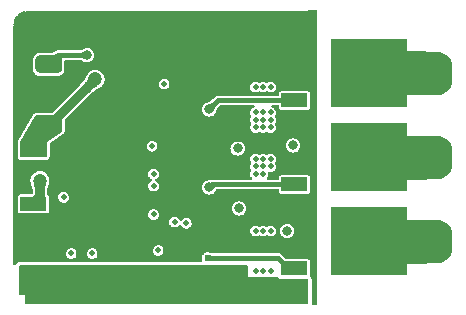
<source format=gbr>
%TF.GenerationSoftware,KiCad,Pcbnew,(6.0.5)*%
%TF.CreationDate,2023-01-29T08:36:09+08:00*%
%TF.ProjectId,Brushless_ESC_STC_V2,42727573-686c-4657-9373-5f4553435f53,rev?*%
%TF.SameCoordinates,Original*%
%TF.FileFunction,Copper,L4,Bot*%
%TF.FilePolarity,Positive*%
%FSLAX46Y46*%
G04 Gerber Fmt 4.6, Leading zero omitted, Abs format (unit mm)*
G04 Created by KiCad (PCBNEW (6.0.5)) date 2023-01-29 08:36:09*
%MOMM*%
%LPD*%
G01*
G04 APERTURE LIST*
G04 Aperture macros list*
%AMRoundRect*
0 Rectangle with rounded corners*
0 $1 Rounding radius*
0 $2 $3 $4 $5 $6 $7 $8 $9 X,Y pos of 4 corners*
0 Add a 4 corners polygon primitive as box body*
4,1,4,$2,$3,$4,$5,$6,$7,$8,$9,$2,$3,0*
0 Add four circle primitives for the rounded corners*
1,1,$1+$1,$2,$3*
1,1,$1+$1,$4,$5*
1,1,$1+$1,$6,$7*
1,1,$1+$1,$8,$9*
0 Add four rect primitives between the rounded corners*
20,1,$1+$1,$2,$3,$4,$5,0*
20,1,$1+$1,$4,$5,$6,$7,0*
20,1,$1+$1,$6,$7,$8,$9,0*
20,1,$1+$1,$8,$9,$2,$3,0*%
G04 Aperture macros list end*
%TA.AperFunction,SMDPad,CuDef*%
%ADD10R,2.200000X1.200000*%
%TD*%
%TA.AperFunction,SMDPad,CuDef*%
%ADD11R,6.400000X5.800000*%
%TD*%
%TA.AperFunction,SMDPad,CuDef*%
%ADD12RoundRect,0.250000X1.100000X-0.325000X1.100000X0.325000X-1.100000X0.325000X-1.100000X-0.325000X0*%
%TD*%
%TA.AperFunction,SMDPad,CuDef*%
%ADD13RoundRect,0.381000X0.762000X0.381000X-0.762000X0.381000X-0.762000X-0.381000X0.762000X-0.381000X0*%
%TD*%
%TA.AperFunction,ViaPad*%
%ADD14C,1.200000*%
%TD*%
%TA.AperFunction,ViaPad*%
%ADD15C,0.600000*%
%TD*%
%TA.AperFunction,ViaPad*%
%ADD16C,0.500000*%
%TD*%
%TA.AperFunction,ViaPad*%
%ADD17C,0.800000*%
%TD*%
%TA.AperFunction,Conductor*%
%ADD18C,0.800000*%
%TD*%
%TA.AperFunction,Conductor*%
%ADD19C,0.400000*%
%TD*%
G04 APERTURE END LIST*
D10*
%TO.P,U2,1,VI*%
%TO.N,VDD*%
X80636000Y-126359000D03*
D11*
%TO.P,U2,2,GND*%
%TO.N,GND*%
X86936000Y-124079000D03*
D10*
%TO.P,U2,3,VO*%
%TO.N,+5V*%
X80636000Y-121799000D03*
%TD*%
D12*
%TO.P,C6,1*%
%TO.N,VDD*%
X90678000Y-132158000D03*
%TO.P,C6,2*%
%TO.N,GND*%
X90678000Y-129208000D03*
%TD*%
%TO.P,C11,1*%
%TO.N,VDD*%
X80772000Y-132158000D03*
%TO.P,C11,2*%
%TO.N,GND*%
X80772000Y-129208000D03*
%TD*%
D11*
%TO.P,Q5,D,D*%
%TO.N,/W*%
X109034000Y-115316000D03*
D10*
%TO.P,Q5,G,G*%
%TO.N,Net-(Q5-PadG)*%
X102734000Y-117596000D03*
%TO.P,Q5,S,S*%
%TO.N,GND*%
X102734000Y-113036000D03*
%TD*%
D12*
%TO.P,C5,1*%
%TO.N,VDD*%
X93980000Y-132158000D03*
%TO.P,C5,2*%
%TO.N,GND*%
X93980000Y-129208000D03*
%TD*%
%TO.P,C4,1*%
%TO.N,VDD*%
X97282000Y-132158000D03*
%TO.P,C4,2*%
%TO.N,GND*%
X97282000Y-129208000D03*
%TD*%
D13*
%TO.P,J1,1,Pin_1*%
%TO.N,+5V*%
X81915000Y-119634000D03*
%TD*%
D11*
%TO.P,Q9,D,D*%
%TO.N,/U*%
X109034000Y-129540000D03*
D10*
%TO.P,Q9,G,G*%
%TO.N,Net-(Q9-PadG)*%
X102734000Y-131820000D03*
%TO.P,Q9,S,S*%
%TO.N,GND*%
X102734000Y-127260000D03*
%TD*%
D13*
%TO.P,J2,1,Pin_1*%
%TO.N,Net-(J2-Pad1)*%
X81915000Y-114554000D03*
%TD*%
%TO.P,J3,1,Pin_1*%
%TO.N,GND*%
X81915000Y-117094000D03*
%TD*%
D11*
%TO.P,Q7,D,D*%
%TO.N,/V*%
X109034000Y-122428000D03*
D10*
%TO.P,Q7,G,G*%
%TO.N,Net-(Q7-PadG)*%
X102734000Y-124708000D03*
%TO.P,Q7,S,S*%
%TO.N,GND*%
X102734000Y-120148000D03*
%TD*%
D12*
%TO.P,C9,1*%
%TO.N,VDD*%
X84074000Y-132158000D03*
%TO.P,C9,2*%
%TO.N,GND*%
X84074000Y-129208000D03*
%TD*%
%TO.P,C7,1*%
%TO.N,VDD*%
X87376000Y-132158000D03*
%TO.P,C7,2*%
%TO.N,GND*%
X87376000Y-129208000D03*
%TD*%
D14*
%TO.N,+5V*%
X85852000Y-115824000D03*
D15*
%TO.N,GND*%
X82473800Y-121666000D03*
X84836000Y-111125000D03*
X95504000Y-110363000D03*
X93040200Y-114452400D03*
X88036400Y-116967000D03*
X88646000Y-111125000D03*
X100076000Y-110363000D03*
X94742000Y-110363000D03*
X92786200Y-115595400D03*
X93218000Y-111125000D03*
X80238600Y-118059200D03*
X88874600Y-116103400D03*
X97790000Y-110363000D03*
X80924400Y-116027200D03*
X97028000Y-111887000D03*
X94437200Y-127533400D03*
X91592400Y-117373400D03*
X95681800Y-128879600D03*
X88620600Y-113512600D03*
X80060800Y-116128800D03*
X100076000Y-111125000D03*
D16*
X98018600Y-128803400D03*
D15*
X96266000Y-111125000D03*
X82499200Y-122605800D03*
X81026000Y-110363000D03*
X85598000Y-110363000D03*
X85598000Y-111887000D03*
D16*
X85217000Y-120523000D03*
D15*
X93218000Y-110363000D03*
X87960200Y-115062000D03*
X91694000Y-110363000D03*
X83286600Y-121183400D03*
X89306400Y-130175000D03*
D16*
X87757000Y-122809000D03*
D15*
X90170000Y-111887000D03*
X93980000Y-111887000D03*
X90932000Y-111887000D03*
X83312000Y-111125000D03*
X80137000Y-117144800D03*
X98552000Y-110363000D03*
X79832200Y-115163600D03*
X96266000Y-111887000D03*
X84074000Y-111125000D03*
X83312000Y-110363000D03*
X99314000Y-111125000D03*
D16*
X98425000Y-128320800D03*
D15*
X81026000Y-111125000D03*
X88646000Y-111887000D03*
X85598000Y-111125000D03*
X94742000Y-111887000D03*
X100838000Y-110363000D03*
X84074000Y-111887000D03*
X97028000Y-111125000D03*
X80264000Y-110363000D03*
X97434400Y-119862600D03*
X82550000Y-111125000D03*
X93319600Y-121158000D03*
X88900000Y-115290600D03*
X97358200Y-118999000D03*
X96418400Y-114376200D03*
X83794600Y-124891800D03*
X90170000Y-110363000D03*
X95631000Y-114376200D03*
X88976200Y-117805200D03*
X89077800Y-124409200D03*
X94361000Y-121996200D03*
X87884000Y-110363000D03*
X84836000Y-110363000D03*
X90932000Y-110363000D03*
X99314000Y-110363000D03*
X84074000Y-110363000D03*
X96266000Y-110363000D03*
X94564200Y-115290600D03*
X90932000Y-111125000D03*
X99314000Y-111887000D03*
X93980000Y-110363000D03*
X86360000Y-110363000D03*
X82981800Y-123291600D03*
X89408000Y-110363000D03*
X90932000Y-129387600D03*
X96316800Y-120954800D03*
X87122000Y-110363000D03*
X93548200Y-115316000D03*
X81153000Y-118160800D03*
X95504000Y-111887000D03*
X95504000Y-111125000D03*
X91694000Y-111887000D03*
X95173800Y-115976400D03*
X85521800Y-124307600D03*
X87884000Y-111887000D03*
X93980000Y-114477800D03*
X81788000Y-111887000D03*
D16*
X86995000Y-122047000D03*
D15*
X96520000Y-127812800D03*
X84836000Y-111887000D03*
X82550000Y-110363000D03*
X81026000Y-111887000D03*
X92456000Y-111887000D03*
X97790000Y-111887000D03*
X88646000Y-110363000D03*
X89662000Y-124993400D03*
X82423000Y-124053600D03*
X87909400Y-114096800D03*
X82016600Y-123240800D03*
X87122000Y-111887000D03*
X93497400Y-121996200D03*
X83312000Y-111887000D03*
X97028000Y-110363000D03*
X92303600Y-117043200D03*
X88900000Y-116916200D03*
X95478600Y-121005600D03*
X82727800Y-116078000D03*
X86360000Y-111125000D03*
X100838000Y-111125000D03*
X94742000Y-111125000D03*
X94818200Y-114503200D03*
X82042000Y-118059200D03*
X94538800Y-121081800D03*
X93980000Y-111125000D03*
D16*
X87757000Y-122047000D03*
D15*
X80975200Y-123113800D03*
X83210400Y-122174000D03*
X81788000Y-111125000D03*
X89408000Y-111125000D03*
X93218000Y-111887000D03*
X86360000Y-111887000D03*
X89331800Y-128879600D03*
X84023200Y-128905000D03*
X100076000Y-111887000D03*
X82499200Y-128854200D03*
X81788000Y-110363000D03*
X84582000Y-124307600D03*
D16*
X86995000Y-122809000D03*
D15*
X98323400Y-119354600D03*
X81889600Y-116027200D03*
X92456000Y-110363000D03*
X85547200Y-125120400D03*
X88036400Y-115976400D03*
X100838000Y-111887000D03*
X80264000Y-111887000D03*
X82550000Y-111887000D03*
X80264000Y-111125000D03*
X90170000Y-111125000D03*
D16*
X85344000Y-119761000D03*
D15*
X97790000Y-111125000D03*
X89408000Y-111887000D03*
X87884000Y-111125000D03*
X92456000Y-111125000D03*
X88061800Y-117729000D03*
X98552000Y-111125000D03*
X87122000Y-111125000D03*
X84632800Y-125120400D03*
X91694000Y-111125000D03*
X98552000Y-111887000D03*
X85598000Y-128930400D03*
%TO.N,VDD*%
X84836000Y-132969000D03*
D16*
X100076000Y-122555000D03*
D15*
X89408000Y-132969000D03*
X89408000Y-133731000D03*
D16*
X99441000Y-118618000D03*
D15*
X84836000Y-133731000D03*
X90932000Y-134493000D03*
D16*
X100711000Y-118618000D03*
D15*
X83312000Y-132969000D03*
X81026000Y-134493000D03*
X95504000Y-133731000D03*
D16*
X99441000Y-122555000D03*
D15*
X90170000Y-134493000D03*
X92456000Y-132969000D03*
X81788000Y-134493000D03*
X93980000Y-134493000D03*
X90932000Y-132969000D03*
X81788000Y-132969000D03*
D16*
X100711000Y-128651000D03*
D15*
X82550000Y-133731000D03*
X100838000Y-133731000D03*
X86360000Y-134493000D03*
X93218000Y-132969000D03*
X90932000Y-133731000D03*
X91694000Y-133731000D03*
D16*
X100711000Y-119888000D03*
D15*
X87122000Y-134493000D03*
X88646000Y-134493000D03*
D16*
X99441000Y-119253000D03*
X100076000Y-119253000D03*
D15*
X99314000Y-133731000D03*
X86360000Y-133731000D03*
D16*
X100711000Y-132080000D03*
X100711000Y-122555000D03*
D15*
X82550000Y-132969000D03*
X99314000Y-134493000D03*
X95504000Y-132969000D03*
X88646000Y-132969000D03*
X92456000Y-133731000D03*
X84074000Y-133731000D03*
X94742000Y-133731000D03*
X97028000Y-134493000D03*
X90170000Y-133731000D03*
X97790000Y-132969000D03*
X91694000Y-134493000D03*
X100076000Y-134493000D03*
D16*
X99441000Y-132080000D03*
D15*
X88646000Y-133731000D03*
X94742000Y-132969000D03*
X81026000Y-132969000D03*
X84074000Y-134493000D03*
X80264000Y-134493000D03*
X81026000Y-133731000D03*
X98552000Y-132969000D03*
X87884000Y-133731000D03*
X87122000Y-132969000D03*
X97028000Y-132969000D03*
D16*
X100711000Y-119253000D03*
D15*
X82550000Y-134493000D03*
D16*
X99441000Y-119888000D03*
D15*
X93218000Y-134493000D03*
X91694000Y-132969000D03*
X85598000Y-134493000D03*
X99314000Y-132969000D03*
X85598000Y-132969000D03*
X98552000Y-133731000D03*
D16*
X100076000Y-116459000D03*
D15*
X93980000Y-132969000D03*
D16*
X100076000Y-123190000D03*
D15*
X96266000Y-132969000D03*
X84836000Y-134493000D03*
D16*
X100076000Y-132080000D03*
D15*
X80264000Y-133731000D03*
X83312000Y-134493000D03*
D16*
X100711000Y-116459000D03*
X100076000Y-119888000D03*
D14*
X81178400Y-124383800D03*
D16*
X99441000Y-116459000D03*
D15*
X85598000Y-133731000D03*
X81788000Y-133731000D03*
X87884000Y-134493000D03*
X87122000Y-133731000D03*
X100838000Y-134493000D03*
X86360000Y-132969000D03*
X90170000Y-132969000D03*
X97790000Y-134493000D03*
X80264000Y-132969000D03*
X97790000Y-133731000D03*
D16*
X100076000Y-128651000D03*
D15*
X97028000Y-133731000D03*
D16*
X100076000Y-123825000D03*
D15*
X89408000Y-134493000D03*
X92456000Y-134493000D03*
X95504000Y-134493000D03*
X96266000Y-134493000D03*
X83312000Y-133731000D03*
X87884000Y-132969000D03*
X100076000Y-133731000D03*
X100838000Y-132969000D03*
X100076000Y-132969000D03*
X93218000Y-133731000D03*
D16*
X99441000Y-123825000D03*
D15*
X96266000Y-133731000D03*
X84074000Y-132969000D03*
X93980000Y-133731000D03*
D16*
X100711000Y-123190000D03*
X100076000Y-118618000D03*
D15*
X98552000Y-134493000D03*
D16*
X99441000Y-123190000D03*
D15*
X94742000Y-134493000D03*
D16*
X99441000Y-128651000D03*
D17*
%TO.N,Net-(D3-Pad1)*%
X97917000Y-121666000D03*
X102616000Y-121412000D03*
%TO.N,Net-(D4-Pad1)*%
X102108000Y-128651000D03*
X98044000Y-126746000D03*
D15*
%TO.N,/W*%
X108712000Y-116840000D03*
X108712000Y-114554000D03*
X114935000Y-116840000D03*
X110998000Y-113792000D03*
X106426000Y-116078000D03*
X110236000Y-113792000D03*
X106426000Y-114554000D03*
X114935000Y-114554000D03*
X107950000Y-117602000D03*
X114935000Y-116078000D03*
X110236000Y-117602000D03*
X110998000Y-116840000D03*
X106426000Y-113030000D03*
X107188000Y-114554000D03*
X106426000Y-116840000D03*
X107188000Y-113792000D03*
X112649000Y-114554000D03*
X110998000Y-116078000D03*
X110236000Y-113030000D03*
X111760000Y-113792000D03*
X110998000Y-115316000D03*
X112649000Y-115316000D03*
X107188000Y-115316000D03*
X113411000Y-114554000D03*
X107188000Y-116840000D03*
X111760000Y-116840000D03*
X107950000Y-113792000D03*
X107950000Y-115316000D03*
X114173000Y-115316000D03*
X109474000Y-116840000D03*
X106426000Y-117602000D03*
X112649000Y-116078000D03*
X109474000Y-116078000D03*
X114173000Y-116078000D03*
X109474000Y-114554000D03*
X110236000Y-116840000D03*
X109474000Y-117602000D03*
X111760000Y-114554000D03*
X107188000Y-116078000D03*
X107188000Y-113030000D03*
X107950000Y-116078000D03*
X114173000Y-114554000D03*
X108712000Y-117602000D03*
X112649000Y-113792000D03*
X107950000Y-113030000D03*
X114935000Y-113792000D03*
X113411000Y-113792000D03*
X110236000Y-116078000D03*
X108712000Y-113030000D03*
X107188000Y-117602000D03*
X111760000Y-115316000D03*
X108712000Y-116078000D03*
X111760000Y-117602000D03*
X114173000Y-116840000D03*
X109474000Y-113792000D03*
X114173000Y-113792000D03*
X106426000Y-113792000D03*
D16*
X91186000Y-130302000D03*
D15*
X108712000Y-113792000D03*
X112649000Y-116840000D03*
X113411000Y-116840000D03*
X107950000Y-114554000D03*
X111760000Y-113030000D03*
X108712000Y-115316000D03*
X110998000Y-117602000D03*
X110236000Y-114554000D03*
X109474000Y-115316000D03*
X107950000Y-116840000D03*
X109474000Y-113030000D03*
X110998000Y-113030000D03*
X113411000Y-115316000D03*
X110236000Y-115316000D03*
X106426000Y-115316000D03*
X110998000Y-114554000D03*
X114935000Y-115316000D03*
X113411000Y-116078000D03*
X111760000Y-116078000D03*
D16*
%TO.N,/V*%
X85598000Y-130556000D03*
D15*
X112649000Y-122428000D03*
X112649000Y-123190000D03*
X112649000Y-121666000D03*
X113411000Y-121666000D03*
X107950000Y-123952000D03*
X110236000Y-120142000D03*
X114173000Y-122428000D03*
X108712000Y-120142000D03*
X106426000Y-120142000D03*
X107950000Y-120142000D03*
X107950000Y-123190000D03*
X109474000Y-122428000D03*
X111760000Y-120142000D03*
X110236000Y-124714000D03*
X107188000Y-123190000D03*
X107188000Y-124714000D03*
X109474000Y-120142000D03*
X107188000Y-123952000D03*
X107950000Y-124714000D03*
X108712000Y-122428000D03*
X106426000Y-121666000D03*
X111760000Y-123952000D03*
X110998000Y-124714000D03*
X110998000Y-123952000D03*
X110236000Y-121666000D03*
X113411000Y-123190000D03*
X110998000Y-120904000D03*
X108712000Y-123952000D03*
X111760000Y-121666000D03*
X109474000Y-120904000D03*
X106426000Y-123952000D03*
X110236000Y-123952000D03*
X109474000Y-124714000D03*
X108712000Y-124714000D03*
X113411000Y-123952000D03*
X114173000Y-123190000D03*
X110236000Y-122428000D03*
X107950000Y-120904000D03*
X113411000Y-120904000D03*
X109474000Y-123952000D03*
X106426000Y-122428000D03*
X106426000Y-120904000D03*
X114935000Y-120904000D03*
X111760000Y-123190000D03*
X107950000Y-121666000D03*
X110998000Y-122428000D03*
X111760000Y-122428000D03*
X114173000Y-121666000D03*
X109474000Y-121666000D03*
X112649000Y-123952000D03*
X108712000Y-120904000D03*
X107950000Y-122428000D03*
X112649000Y-120904000D03*
X110998000Y-120142000D03*
X110236000Y-120904000D03*
X107188000Y-122428000D03*
X110236000Y-123190000D03*
X107188000Y-120904000D03*
X114935000Y-122428000D03*
X107188000Y-121666000D03*
X113411000Y-122428000D03*
X111760000Y-120904000D03*
X106426000Y-124714000D03*
X110998000Y-121666000D03*
X114935000Y-123952000D03*
X114173000Y-120904000D03*
X109474000Y-123190000D03*
X108712000Y-123190000D03*
X114173000Y-123952000D03*
X107188000Y-120142000D03*
X114935000Y-121666000D03*
X111760000Y-124714000D03*
X106426000Y-123190000D03*
X114935000Y-123190000D03*
X110998000Y-123190000D03*
X108712000Y-121666000D03*
%TO.N,/U*%
X107188000Y-131064000D03*
X110998000Y-131826000D03*
X107188000Y-130302000D03*
X112649000Y-128016000D03*
X110998000Y-128778000D03*
X110236000Y-128016000D03*
X113411000Y-128016000D03*
X114935000Y-131064000D03*
X114173000Y-130302000D03*
X108712000Y-128016000D03*
X106426000Y-130302000D03*
X114173000Y-128016000D03*
X110236000Y-131826000D03*
X110998000Y-131064000D03*
X110236000Y-128778000D03*
X107188000Y-128778000D03*
X107950000Y-127254000D03*
X106426000Y-128016000D03*
X110236000Y-127254000D03*
X109474000Y-129540000D03*
X114173000Y-129540000D03*
X109474000Y-128016000D03*
X113411000Y-129540000D03*
X108712000Y-130302000D03*
X109474000Y-127254000D03*
X113411000Y-130302000D03*
X106426000Y-131064000D03*
X110236000Y-131064000D03*
X107950000Y-128016000D03*
X107950000Y-129540000D03*
X110998000Y-128016000D03*
X107188000Y-128016000D03*
X109474000Y-131826000D03*
X110998000Y-130302000D03*
X111760000Y-130302000D03*
X107950000Y-131064000D03*
X113411000Y-128778000D03*
X114173000Y-128778000D03*
X106426000Y-128778000D03*
X110998000Y-127254000D03*
X111760000Y-131064000D03*
X106426000Y-131826000D03*
D16*
X83820000Y-130556000D03*
D15*
X114935000Y-130302000D03*
X107188000Y-131826000D03*
X111760000Y-128016000D03*
X106426000Y-129540000D03*
X106426000Y-127254000D03*
X110236000Y-130302000D03*
X107950000Y-131826000D03*
X107950000Y-128778000D03*
X114935000Y-128016000D03*
X112649000Y-131064000D03*
X107188000Y-127254000D03*
X109474000Y-131064000D03*
X109474000Y-130302000D03*
X110998000Y-129540000D03*
X108712000Y-129540000D03*
X114173000Y-131064000D03*
X111760000Y-129540000D03*
X112649000Y-128778000D03*
X107188000Y-129540000D03*
X108712000Y-128778000D03*
X113411000Y-131064000D03*
X108712000Y-131064000D03*
X112649000Y-129540000D03*
X108712000Y-131826000D03*
X111760000Y-128778000D03*
X107950000Y-130302000D03*
X114935000Y-128778000D03*
X111760000Y-127254000D03*
X114935000Y-129540000D03*
X108712000Y-127254000D03*
X110236000Y-129540000D03*
X112649000Y-130302000D03*
X109474000Y-128778000D03*
X111760000Y-131826000D03*
D17*
%TO.N,Net-(Q5-PadG)*%
X95504000Y-118364000D03*
%TO.N,Net-(Q7-PadG)*%
X95504000Y-124968000D03*
D15*
%TO.N,Net-(Q9-PadG)*%
X95377000Y-130937000D03*
D16*
%TO.N,/PWM3*%
X91694000Y-116205000D03*
X90805000Y-123825000D03*
%TO.N,/PWM1*%
X90805000Y-124841000D03*
X92583000Y-127889000D03*
%TO.N,/PWM1L*%
X93573600Y-127990600D03*
X90678000Y-121478500D03*
%TO.N,/CMP-*%
X83185000Y-125806200D03*
X90805000Y-127254000D03*
D17*
%TO.N,Net-(J2-Pad1)*%
X85191600Y-113766600D03*
%TD*%
D18*
%TO.N,+5V*%
X82042000Y-119634000D02*
X85852000Y-115824000D01*
X81915000Y-119634000D02*
X82042000Y-119634000D01*
%TO.N,VDD*%
X81178400Y-124383800D02*
X81178400Y-125816600D01*
X81178400Y-125816600D02*
X80636000Y-126359000D01*
D19*
%TO.N,Net-(Q5-PadG)*%
X96272000Y-117596000D02*
X95504000Y-118364000D01*
X102734000Y-117596000D02*
X96272000Y-117596000D01*
%TO.N,Net-(Q7-PadG)*%
X95764000Y-124708000D02*
X102734000Y-124708000D01*
X95504000Y-124968000D02*
X95764000Y-124708000D01*
%TO.N,Net-(Q9-PadG)*%
X95377000Y-130937000D02*
X101346000Y-130937000D01*
X101346000Y-130937000D02*
X102229000Y-131820000D01*
X102229000Y-131820000D02*
X102734000Y-131820000D01*
%TO.N,Net-(J2-Pad1)*%
X82702400Y-113766600D02*
X81915000Y-114554000D01*
X85191600Y-113766600D02*
X82702400Y-113766600D01*
%TD*%
%TA.AperFunction,Conductor*%
%TO.N,Net-(J2-Pad1)*%
G36*
X83117106Y-113570170D02*
G01*
X83120848Y-113578747D01*
X83120848Y-113956013D01*
X83117421Y-113964286D01*
X83110314Y-113967655D01*
X83075440Y-113971148D01*
X82993298Y-113979375D01*
X82934535Y-114001701D01*
X82898464Y-114015405D01*
X82898462Y-114015406D01*
X82897570Y-114015745D01*
X82828309Y-114072776D01*
X82780160Y-114147535D01*
X82747770Y-114237087D01*
X82725784Y-114338499D01*
X82725756Y-114338679D01*
X82725756Y-114338681D01*
X82708848Y-114448836D01*
X82708845Y-114448857D01*
X82691645Y-114564920D01*
X82691562Y-114565409D01*
X82668805Y-114684056D01*
X82668570Y-114685046D01*
X82637163Y-114795734D01*
X82631608Y-114802757D01*
X82626136Y-114804238D01*
X81960097Y-114817259D01*
X81661049Y-114823105D01*
X81652710Y-114819840D01*
X81649122Y-114811636D01*
X81649500Y-114808450D01*
X81912817Y-113800359D01*
X81918223Y-113793221D01*
X81923632Y-113791627D01*
X82060773Y-113785700D01*
X82060782Y-113785699D01*
X82061041Y-113785688D01*
X82185122Y-113768558D01*
X82185376Y-113768499D01*
X82185380Y-113768498D01*
X82293164Y-113743358D01*
X82293176Y-113743355D01*
X82293355Y-113743313D01*
X82391856Y-113712659D01*
X82391901Y-113712643D01*
X82391923Y-113712636D01*
X82486737Y-113679300D01*
X82486826Y-113679270D01*
X82557337Y-113655113D01*
X82583848Y-113646031D01*
X82584375Y-113645864D01*
X82621211Y-113635210D01*
X82689674Y-113615409D01*
X82690530Y-113615196D01*
X82810315Y-113590144D01*
X82811304Y-113589981D01*
X82951863Y-113572970D01*
X82952830Y-113572893D01*
X82961375Y-113572573D01*
X83108710Y-113567055D01*
X83117106Y-113570170D01*
G37*
%TD.AperFunction*%
%TD*%
%TA.AperFunction,Conductor*%
%TO.N,Net-(J2-Pad1)*%
G36*
X85023142Y-113412271D02*
G01*
X85125563Y-113510764D01*
X85182073Y-113565107D01*
X85382831Y-113758167D01*
X85386419Y-113766371D01*
X85382831Y-113775033D01*
X85177394Y-113972592D01*
X85023142Y-114120929D01*
X85014803Y-114124194D01*
X85009896Y-114123007D01*
X84952948Y-114095169D01*
X84895816Y-114067371D01*
X84843390Y-114043130D01*
X84793210Y-114022368D01*
X84759970Y-114010919D01*
X84743021Y-114005080D01*
X84743015Y-114005078D01*
X84742817Y-114005010D01*
X84689753Y-113990978D01*
X84631558Y-113980198D01*
X84610520Y-113977766D01*
X84565934Y-113972610D01*
X84565919Y-113972609D01*
X84565774Y-113972592D01*
X84512246Y-113969411D01*
X84490061Y-113968092D01*
X84490052Y-113968092D01*
X84489940Y-113968085D01*
X84489738Y-113968082D01*
X84413103Y-113966793D01*
X84404889Y-113963228D01*
X84401600Y-113955095D01*
X84401600Y-113578105D01*
X84405027Y-113569832D01*
X84413103Y-113566407D01*
X84489821Y-113565116D01*
X84489940Y-113565114D01*
X84490052Y-113565107D01*
X84490061Y-113565107D01*
X84512246Y-113563788D01*
X84565774Y-113560607D01*
X84565919Y-113560590D01*
X84565934Y-113560589D01*
X84610520Y-113555433D01*
X84631558Y-113553001D01*
X84689753Y-113542221D01*
X84742817Y-113528189D01*
X84743015Y-113528121D01*
X84743021Y-113528119D01*
X84759970Y-113522280D01*
X84793210Y-113510831D01*
X84843390Y-113490069D01*
X84872516Y-113476602D01*
X84895737Y-113465865D01*
X84895770Y-113465849D01*
X84895816Y-113465828D01*
X84952948Y-113438030D01*
X85009895Y-113410193D01*
X85018831Y-113409638D01*
X85023142Y-113412271D01*
G37*
%TD.AperFunction*%
%TD*%
%TA.AperFunction,Conductor*%
%TO.N,+5V*%
G36*
X86060306Y-115615371D02*
G01*
X86063894Y-115624033D01*
X86049060Y-116382832D01*
X86045472Y-116391036D01*
X86041471Y-116393557D01*
X85961277Y-116423625D01*
X85882993Y-116458298D01*
X85811553Y-116496015D01*
X85744462Y-116538003D01*
X85679222Y-116585488D01*
X85613335Y-116639697D01*
X85544305Y-116701856D01*
X85469635Y-116773192D01*
X85469573Y-116773253D01*
X85469566Y-116773260D01*
X85386828Y-116854930D01*
X85301659Y-116940032D01*
X85293384Y-116943456D01*
X85285116Y-116940029D01*
X84735971Y-116390884D01*
X84732544Y-116382611D01*
X84735967Y-116374341D01*
X84821069Y-116289171D01*
X84902807Y-116206364D01*
X84974143Y-116131694D01*
X85036302Y-116062664D01*
X85090511Y-115996777D01*
X85137996Y-115931537D01*
X85179984Y-115864446D01*
X85217701Y-115793006D01*
X85252374Y-115714722D01*
X85282442Y-115634530D01*
X85288555Y-115627987D01*
X85293168Y-115626940D01*
X86051967Y-115612106D01*
X86060306Y-115615371D01*
G37*
%TD.AperFunction*%
%TD*%
%TA.AperFunction,Conductor*%
%TO.N,VDD*%
G36*
X81186833Y-124092569D02*
G01*
X81712896Y-124639610D01*
X81716161Y-124647948D01*
X81715114Y-124652561D01*
X81679670Y-124730526D01*
X81648832Y-124810400D01*
X81624987Y-124887585D01*
X81607236Y-124964716D01*
X81594681Y-125044425D01*
X81586424Y-125129346D01*
X81581565Y-125222110D01*
X81579208Y-125325352D01*
X81578452Y-125441704D01*
X81578413Y-125542277D01*
X81578405Y-125562105D01*
X81574975Y-125570376D01*
X81566705Y-125573800D01*
X80778400Y-125573800D01*
X80778347Y-125441704D01*
X80778008Y-125389586D01*
X80778009Y-125389565D01*
X80777592Y-125325460D01*
X80777591Y-125325428D01*
X80777591Y-125325352D01*
X80775234Y-125222110D01*
X80770375Y-125129346D01*
X80762118Y-125044425D01*
X80749563Y-124964716D01*
X80731812Y-124887585D01*
X80707967Y-124810400D01*
X80677129Y-124730526D01*
X80641686Y-124652561D01*
X80641382Y-124643611D01*
X80643903Y-124639611D01*
X81169967Y-124092569D01*
X81178171Y-124088981D01*
X81186833Y-124092569D01*
G37*
%TD.AperFunction*%
%TD*%
%TA.AperFunction,Conductor*%
%TO.N,VDD*%
G36*
X81568812Y-125526803D02*
G01*
X81557910Y-125577933D01*
X81542961Y-125648037D01*
X81542509Y-125649609D01*
X81505202Y-125751807D01*
X81504677Y-125753244D01*
X81504129Y-125754508D01*
X81458079Y-125845661D01*
X81457635Y-125846460D01*
X81407280Y-125929348D01*
X81407134Y-125929581D01*
X81356524Y-126008241D01*
X81356462Y-126008345D01*
X81356459Y-126008350D01*
X81310111Y-126086204D01*
X81310106Y-126086213D01*
X81309958Y-126086462D01*
X81271609Y-126168255D01*
X81245587Y-126257730D01*
X81245535Y-126258281D01*
X81236771Y-126350852D01*
X81232580Y-126358765D01*
X81228081Y-126361068D01*
X80751372Y-126485587D01*
X80438825Y-126567225D01*
X80429954Y-126566000D01*
X80424548Y-126558862D01*
X80424170Y-126555676D01*
X80438939Y-125800235D01*
X80442527Y-125792031D01*
X80446615Y-125789477D01*
X80491262Y-125773136D01*
X80491383Y-125773085D01*
X80541623Y-125751885D01*
X80541631Y-125751881D01*
X80541807Y-125751807D01*
X80589817Y-125727267D01*
X80634382Y-125698540D01*
X80674591Y-125664652D01*
X80709532Y-125624628D01*
X80738295Y-125577493D01*
X80759968Y-125522272D01*
X80773640Y-125457989D01*
X80775643Y-125426715D01*
X80777997Y-125389971D01*
X80777997Y-125389955D01*
X80778400Y-125383670D01*
X81578400Y-125383670D01*
X81568812Y-125526803D01*
G37*
%TD.AperFunction*%
%TD*%
%TA.AperFunction,Conductor*%
%TO.N,Net-(Q5-PadG)*%
G36*
X95929327Y-117672100D02*
G01*
X96195900Y-117938673D01*
X96199327Y-117946946D01*
X96196038Y-117955078D01*
X96142619Y-118010324D01*
X96092184Y-118067133D01*
X96092097Y-118067243D01*
X96092085Y-118067257D01*
X96051162Y-118118880D01*
X96051045Y-118119028D01*
X96017518Y-118167800D01*
X95989918Y-118215244D01*
X95966559Y-118263151D01*
X95966500Y-118263294D01*
X95945797Y-118313216D01*
X95945789Y-118313238D01*
X95945757Y-118313314D01*
X95925827Y-118367526D01*
X95925816Y-118367559D01*
X95925812Y-118367569D01*
X95905085Y-118427581D01*
X95884503Y-118487531D01*
X95878575Y-118494243D01*
X95873666Y-118495430D01*
X95711399Y-118498602D01*
X95374744Y-118505183D01*
X95366405Y-118501918D01*
X95362817Y-118493256D01*
X95370135Y-118118880D01*
X95372570Y-117994334D01*
X95376158Y-117986130D01*
X95380469Y-117983497D01*
X95440418Y-117962914D01*
X95500430Y-117942187D01*
X95500440Y-117942183D01*
X95500473Y-117942172D01*
X95554685Y-117922242D01*
X95554761Y-117922210D01*
X95554783Y-117922202D01*
X95588748Y-117908116D01*
X95604848Y-117901440D01*
X95652755Y-117878081D01*
X95700199Y-117850481D01*
X95748971Y-117816954D01*
X95749119Y-117816837D01*
X95800742Y-117775914D01*
X95800756Y-117775902D01*
X95800866Y-117775815D01*
X95857675Y-117725380D01*
X95912921Y-117671962D01*
X95921251Y-117668675D01*
X95929327Y-117672100D01*
G37*
%TD.AperFunction*%
%TD*%
%TA.AperFunction,Conductor*%
%TO.N,Net-(Q5-PadG)*%
G36*
X102478505Y-117061806D02*
G01*
X102821276Y-117391433D01*
X103025231Y-117587567D01*
X103028819Y-117595771D01*
X103025231Y-117604433D01*
X102582319Y-118030361D01*
X102478506Y-118130193D01*
X102470167Y-118133458D01*
X102465026Y-118132154D01*
X102368137Y-118082084D01*
X102367706Y-118081849D01*
X102278224Y-118030352D01*
X102277984Y-118030209D01*
X102198569Y-117981781D01*
X102124746Y-117937251D01*
X102124645Y-117937190D01*
X102051800Y-117897310D01*
X101975470Y-117862926D01*
X101933050Y-117848796D01*
X101891394Y-117834921D01*
X101891390Y-117834920D01*
X101891090Y-117834820D01*
X101890785Y-117834754D01*
X101890782Y-117834753D01*
X101794382Y-117813837D01*
X101794377Y-117813836D01*
X101794095Y-117813775D01*
X101679920Y-117800574D01*
X101679691Y-117800566D01*
X101679687Y-117800566D01*
X101555306Y-117796380D01*
X101547153Y-117792677D01*
X101544000Y-117784687D01*
X101544000Y-117407312D01*
X101547427Y-117399039D01*
X101555305Y-117395619D01*
X101647232Y-117392525D01*
X101679687Y-117391433D01*
X101679691Y-117391433D01*
X101679920Y-117391425D01*
X101794095Y-117378224D01*
X101794377Y-117378163D01*
X101794382Y-117378162D01*
X101890782Y-117357246D01*
X101890785Y-117357245D01*
X101891090Y-117357179D01*
X101891390Y-117357079D01*
X101891394Y-117357078D01*
X101933050Y-117343203D01*
X101975470Y-117329073D01*
X102051800Y-117294689D01*
X102124645Y-117254809D01*
X102198569Y-117210218D01*
X102278006Y-117161777D01*
X102278224Y-117161647D01*
X102367709Y-117110149D01*
X102368152Y-117109907D01*
X102465025Y-117059846D01*
X102473948Y-117059092D01*
X102478505Y-117061806D01*
G37*
%TD.AperFunction*%
%TD*%
%TA.AperFunction,Conductor*%
%TO.N,Net-(Q7-PadG)*%
G36*
X96210431Y-124511487D02*
G01*
X96214000Y-124519900D01*
X96214000Y-124896740D01*
X96210573Y-124905013D01*
X96202748Y-124908431D01*
X96156186Y-124910213D01*
X96105613Y-124916865D01*
X96090244Y-124920735D01*
X96061904Y-124927870D01*
X96061900Y-124927871D01*
X96061508Y-124927970D01*
X96061125Y-124928125D01*
X96061126Y-124928125D01*
X96023524Y-124943373D01*
X96023521Y-124943374D01*
X96023098Y-124943546D01*
X95989610Y-124963609D01*
X95960270Y-124988174D01*
X95959994Y-124988483D01*
X95959990Y-124988487D01*
X95945360Y-125004875D01*
X95934305Y-125017258D01*
X95910942Y-125050877D01*
X95889408Y-125089047D01*
X95885354Y-125097508D01*
X95872359Y-125124629D01*
X95865694Y-125130609D01*
X95861014Y-125131246D01*
X95555525Y-125110457D01*
X95365248Y-125097508D01*
X95357226Y-125093527D01*
X95354369Y-125085041D01*
X95354805Y-125082577D01*
X95373744Y-125017258D01*
X95501606Y-124576257D01*
X95507201Y-124569265D01*
X95512594Y-124567818D01*
X95545711Y-124567119D01*
X95583397Y-124566323D01*
X95583417Y-124566322D01*
X95583518Y-124566320D01*
X95583615Y-124566314D01*
X95583630Y-124566313D01*
X95634039Y-124563008D01*
X95653083Y-124561760D01*
X95660268Y-124560989D01*
X95715580Y-124555055D01*
X95715609Y-124555051D01*
X95715716Y-124555040D01*
X95715803Y-124555028D01*
X95715827Y-124555025D01*
X95774440Y-124546880D01*
X95832280Y-124538000D01*
X95832341Y-124537991D01*
X95892149Y-124529136D01*
X95892409Y-124529101D01*
X95957197Y-124520984D01*
X95957583Y-124520942D01*
X95992716Y-124517722D01*
X96030511Y-124514259D01*
X96030913Y-124514229D01*
X96115046Y-124509691D01*
X96115453Y-124509676D01*
X96202102Y-124508202D01*
X96210431Y-124511487D01*
G37*
%TD.AperFunction*%
%TD*%
%TA.AperFunction,Conductor*%
%TO.N,Net-(Q7-PadG)*%
G36*
X102478505Y-124173806D02*
G01*
X102821276Y-124503433D01*
X103025231Y-124699567D01*
X103028819Y-124707771D01*
X103025231Y-124716433D01*
X102582319Y-125142361D01*
X102478506Y-125242193D01*
X102470167Y-125245458D01*
X102465026Y-125244154D01*
X102368137Y-125194084D01*
X102367706Y-125193849D01*
X102278224Y-125142352D01*
X102277984Y-125142209D01*
X102198569Y-125093781D01*
X102124746Y-125049251D01*
X102124645Y-125049190D01*
X102051800Y-125009310D01*
X101975470Y-124974926D01*
X101933050Y-124960796D01*
X101891394Y-124946921D01*
X101891390Y-124946920D01*
X101891090Y-124946820D01*
X101890785Y-124946754D01*
X101890782Y-124946753D01*
X101794382Y-124925837D01*
X101794377Y-124925836D01*
X101794095Y-124925775D01*
X101679920Y-124912574D01*
X101679691Y-124912566D01*
X101679687Y-124912566D01*
X101555306Y-124908380D01*
X101547153Y-124904677D01*
X101544000Y-124896687D01*
X101544000Y-124519312D01*
X101547427Y-124511039D01*
X101555305Y-124507619D01*
X101647232Y-124504525D01*
X101679687Y-124503433D01*
X101679691Y-124503433D01*
X101679920Y-124503425D01*
X101794095Y-124490224D01*
X101794377Y-124490163D01*
X101794382Y-124490162D01*
X101890782Y-124469246D01*
X101890785Y-124469245D01*
X101891090Y-124469179D01*
X101891390Y-124469079D01*
X101891394Y-124469078D01*
X101933050Y-124455203D01*
X101975470Y-124441073D01*
X102051800Y-124406689D01*
X102124645Y-124366809D01*
X102198569Y-124322218D01*
X102278006Y-124273777D01*
X102278224Y-124273647D01*
X102367709Y-124222149D01*
X102368152Y-124221907D01*
X102465025Y-124171846D01*
X102473948Y-124171092D01*
X102478505Y-124173806D01*
G37*
%TD.AperFunction*%
%TD*%
%TA.AperFunction,Conductor*%
%TO.N,Net-(Q9-PadG)*%
G36*
X95514997Y-130670291D02*
G01*
X95549761Y-130686113D01*
X95549769Y-130686116D01*
X95549911Y-130686181D01*
X95550066Y-130686241D01*
X95550073Y-130686244D01*
X95566346Y-130692551D01*
X95589419Y-130701494D01*
X95627593Y-130713373D01*
X95627798Y-130713421D01*
X95627810Y-130713424D01*
X95651948Y-130719044D01*
X95665737Y-130722255D01*
X95665933Y-130722286D01*
X95665946Y-130722289D01*
X95704966Y-130728546D01*
X95704976Y-130728547D01*
X95705155Y-130728576D01*
X95747152Y-130732770D01*
X95780687Y-130734600D01*
X95792955Y-130735270D01*
X95792965Y-130735270D01*
X95793031Y-130735274D01*
X95793090Y-130735275D01*
X95793104Y-130735276D01*
X95825830Y-130736076D01*
X95844095Y-130736523D01*
X95901650Y-130736953D01*
X95901745Y-130736953D01*
X95955309Y-130736992D01*
X95963579Y-130740425D01*
X95967000Y-130748692D01*
X95967000Y-131125308D01*
X95963573Y-131133581D01*
X95955308Y-131137008D01*
X95901650Y-131137046D01*
X95844095Y-131137476D01*
X95825830Y-131137923D01*
X95793104Y-131138723D01*
X95793090Y-131138724D01*
X95793031Y-131138725D01*
X95792965Y-131138729D01*
X95792955Y-131138729D01*
X95780687Y-131139399D01*
X95747152Y-131141229D01*
X95705155Y-131145423D01*
X95704976Y-131145452D01*
X95704966Y-131145453D01*
X95665946Y-131151710D01*
X95665933Y-131151713D01*
X95665737Y-131151744D01*
X95651948Y-131154955D01*
X95627810Y-131160575D01*
X95627798Y-131160578D01*
X95627593Y-131160626D01*
X95589419Y-131172505D01*
X95566346Y-131181448D01*
X95550073Y-131187755D01*
X95550066Y-131187758D01*
X95549911Y-131187818D01*
X95549769Y-131187883D01*
X95549761Y-131187886D01*
X95526755Y-131198357D01*
X95519866Y-131201493D01*
X95514997Y-131203709D01*
X95506047Y-131204017D01*
X95502040Y-131201493D01*
X95235769Y-130945433D01*
X95232181Y-130937229D01*
X95235769Y-130928567D01*
X95502040Y-130672507D01*
X95510379Y-130669242D01*
X95514997Y-130670291D01*
G37*
%TD.AperFunction*%
%TD*%
%TA.AperFunction,Conductor*%
%TO.N,Net-(Q9-PadG)*%
G36*
X101862486Y-131169829D02*
G01*
X101927028Y-131228002D01*
X101995951Y-131275816D01*
X102062251Y-131307741D01*
X102127175Y-131325682D01*
X102127695Y-131325729D01*
X102127700Y-131325730D01*
X102191515Y-131331506D01*
X102191519Y-131331506D01*
X102191971Y-131331547D01*
X102257886Y-131327244D01*
X102295644Y-131320296D01*
X102325955Y-131314719D01*
X102325966Y-131314717D01*
X102326170Y-131314679D01*
X102398068Y-131295760D01*
X102474830Y-131272393D01*
X102549884Y-131248930D01*
X102558802Y-131249732D01*
X102562673Y-131252996D01*
X103022093Y-131854645D01*
X103024390Y-131863300D01*
X103019895Y-131871045D01*
X103018235Y-131872104D01*
X102317435Y-132240220D01*
X102308517Y-132241033D01*
X102303644Y-132238057D01*
X102220094Y-132152925D01*
X102219930Y-132152755D01*
X102144400Y-132072622D01*
X102144244Y-132072453D01*
X102078822Y-132000248D01*
X102078700Y-132000111D01*
X102019375Y-131932542D01*
X102019315Y-131932473D01*
X101962200Y-131866385D01*
X101903294Y-131798498D01*
X101838708Y-131725659D01*
X101764552Y-131644711D01*
X101764542Y-131644700D01*
X101764495Y-131644649D01*
X101676706Y-131552248D01*
X101579533Y-131453507D01*
X101576172Y-131445207D01*
X101579599Y-131437028D01*
X101846380Y-131170247D01*
X101854653Y-131166820D01*
X101862486Y-131169829D01*
G37*
%TD.AperFunction*%
%TD*%
%TA.AperFunction,Conductor*%
%TO.N,/U*%
G36*
X114020646Y-127688062D02*
G01*
X114053951Y-127695307D01*
X114208382Y-127706352D01*
X114293398Y-127712433D01*
X114294423Y-127712529D01*
X114299282Y-127713655D01*
X114300000Y-127713656D01*
X114305452Y-127712412D01*
X114305455Y-127712412D01*
X114311734Y-127710980D01*
X114333752Y-127708500D01*
X114773983Y-127708500D01*
X114796169Y-127711018D01*
X114807641Y-127713656D01*
X114818517Y-127711195D01*
X114829660Y-127711215D01*
X114829659Y-127711705D01*
X114839606Y-127710988D01*
X115007272Y-127724183D01*
X115022616Y-127726613D01*
X115116013Y-127749036D01*
X115209413Y-127771459D01*
X115224180Y-127776258D01*
X115323340Y-127817331D01*
X115401661Y-127849773D01*
X115415502Y-127856826D01*
X115579290Y-127957195D01*
X115591858Y-127966326D01*
X115737931Y-128091084D01*
X115748916Y-128102069D01*
X115873674Y-128248142D01*
X115882805Y-128260710D01*
X115983174Y-128424498D01*
X115990227Y-128438339D01*
X116063741Y-128615816D01*
X116068542Y-128630591D01*
X116100665Y-128764392D01*
X116103400Y-128787503D01*
X116103400Y-130292497D01*
X116100665Y-130315608D01*
X116068542Y-130449409D01*
X116063741Y-130464184D01*
X115990227Y-130641661D01*
X115983174Y-130655502D01*
X115882805Y-130819290D01*
X115873674Y-130831858D01*
X115748916Y-130977931D01*
X115737931Y-130988916D01*
X115591858Y-131113674D01*
X115579290Y-131122805D01*
X115415502Y-131223174D01*
X115401661Y-131230227D01*
X115323340Y-131262669D01*
X115224180Y-131303742D01*
X115209413Y-131308541D01*
X115116013Y-131330964D01*
X115022616Y-131353387D01*
X115007272Y-131355817D01*
X114840117Y-131368972D01*
X114830372Y-131368253D01*
X114830371Y-131368862D01*
X114819224Y-131368842D01*
X114808359Y-131366344D01*
X114796359Y-131369059D01*
X114774512Y-131371500D01*
X114334281Y-131371500D01*
X114311926Y-131368943D01*
X114308949Y-131368253D01*
X114300718Y-131366345D01*
X114300000Y-131366344D01*
X114295221Y-131367434D01*
X114295114Y-131367444D01*
X114171232Y-131376305D01*
X114053951Y-131384693D01*
X113812911Y-131437128D01*
X113808539Y-131438759D01*
X113807796Y-131438893D01*
X113806212Y-131439358D01*
X113806162Y-131439188D01*
X113773945Y-131445000D01*
X106144000Y-131445000D01*
X106085809Y-131426093D01*
X106049845Y-131376593D01*
X106045000Y-131346000D01*
X106045000Y-127784800D01*
X106063907Y-127726609D01*
X106113407Y-127690645D01*
X106144000Y-127685800D01*
X113999602Y-127685800D01*
X114020646Y-127688062D01*
G37*
%TD.AperFunction*%
%TD*%
%TA.AperFunction,Conductor*%
%TO.N,GND*%
G36*
X103886000Y-112268000D02*
G01*
X79883000Y-112268000D01*
X79883000Y-110089973D01*
X79893488Y-110086565D01*
X79979260Y-110065972D01*
X80065027Y-110045382D01*
X80080371Y-110042952D01*
X80233269Y-110030919D01*
X80248109Y-110031632D01*
X80255470Y-110031632D01*
X80264000Y-110033136D01*
X80281764Y-110030004D01*
X80298953Y-110028500D01*
X103886000Y-110028500D01*
X103886000Y-112268000D01*
G37*
%TD.AperFunction*%
%TD*%
%TA.AperFunction,Conductor*%
%TO.N,/V*%
G36*
X114020646Y-120576062D02*
G01*
X114053951Y-120583307D01*
X114208382Y-120594352D01*
X114293398Y-120600433D01*
X114294423Y-120600529D01*
X114299282Y-120601655D01*
X114300000Y-120601656D01*
X114305452Y-120600412D01*
X114305455Y-120600412D01*
X114311734Y-120598980D01*
X114333752Y-120596500D01*
X114773983Y-120596500D01*
X114796169Y-120599018D01*
X114807641Y-120601656D01*
X114818517Y-120599195D01*
X114829660Y-120599215D01*
X114829659Y-120599705D01*
X114839606Y-120598988D01*
X115007272Y-120612183D01*
X115022616Y-120614613D01*
X115116013Y-120637036D01*
X115209413Y-120659459D01*
X115224180Y-120664258D01*
X115323340Y-120705331D01*
X115401661Y-120737773D01*
X115415502Y-120744826D01*
X115579290Y-120845195D01*
X115591858Y-120854326D01*
X115737931Y-120979084D01*
X115748916Y-120990069D01*
X115873674Y-121136142D01*
X115882805Y-121148710D01*
X115983174Y-121312498D01*
X115990227Y-121326339D01*
X116063741Y-121503816D01*
X116068542Y-121518591D01*
X116100665Y-121652392D01*
X116103400Y-121675503D01*
X116103400Y-123180497D01*
X116100665Y-123203608D01*
X116068542Y-123337409D01*
X116063741Y-123352184D01*
X115990227Y-123529661D01*
X115983174Y-123543502D01*
X115882805Y-123707290D01*
X115873674Y-123719858D01*
X115748916Y-123865931D01*
X115737931Y-123876916D01*
X115591858Y-124001674D01*
X115579290Y-124010805D01*
X115415502Y-124111174D01*
X115401661Y-124118227D01*
X115323340Y-124150669D01*
X115224180Y-124191742D01*
X115209413Y-124196541D01*
X115116012Y-124218965D01*
X115022616Y-124241387D01*
X115007272Y-124243817D01*
X114840117Y-124256972D01*
X114830372Y-124256253D01*
X114830371Y-124256862D01*
X114819224Y-124256842D01*
X114808359Y-124254344D01*
X114796359Y-124257059D01*
X114774512Y-124259500D01*
X114334281Y-124259500D01*
X114311926Y-124256943D01*
X114308949Y-124256253D01*
X114300718Y-124254345D01*
X114300000Y-124254344D01*
X114295221Y-124255434D01*
X114295114Y-124255444D01*
X114171232Y-124264305D01*
X114053951Y-124272693D01*
X113812911Y-124325128D01*
X113808539Y-124326759D01*
X113807796Y-124326893D01*
X113806212Y-124327358D01*
X113806162Y-124327188D01*
X113773945Y-124333000D01*
X106144000Y-124333000D01*
X106085809Y-124314093D01*
X106049845Y-124264593D01*
X106045000Y-124234000D01*
X106045000Y-120672800D01*
X106063907Y-120614609D01*
X106113407Y-120578645D01*
X106144000Y-120573800D01*
X113999602Y-120573800D01*
X114020646Y-120576062D01*
G37*
%TD.AperFunction*%
%TD*%
%TA.AperFunction,Conductor*%
%TO.N,/W*%
G36*
X113806162Y-113416812D02*
G01*
X113806212Y-113416642D01*
X113807796Y-113417107D01*
X113808539Y-113417241D01*
X113812911Y-113418872D01*
X114053951Y-113471307D01*
X114208382Y-113482352D01*
X114293398Y-113488433D01*
X114294423Y-113488529D01*
X114299282Y-113489655D01*
X114300000Y-113489656D01*
X114305452Y-113488412D01*
X114305455Y-113488412D01*
X114311734Y-113486980D01*
X114333752Y-113484500D01*
X114773983Y-113484500D01*
X114796169Y-113487018D01*
X114807641Y-113489656D01*
X114818517Y-113487195D01*
X114829660Y-113487215D01*
X114829659Y-113487705D01*
X114839606Y-113486988D01*
X115007272Y-113500183D01*
X115022616Y-113502613D01*
X115116013Y-113525036D01*
X115209413Y-113547459D01*
X115224180Y-113552258D01*
X115323340Y-113593331D01*
X115401661Y-113625773D01*
X115415502Y-113632826D01*
X115579290Y-113733195D01*
X115591858Y-113742326D01*
X115737931Y-113867084D01*
X115748916Y-113878069D01*
X115873674Y-114024142D01*
X115882805Y-114036710D01*
X115983174Y-114200498D01*
X115990227Y-114214339D01*
X116063741Y-114391816D01*
X116068542Y-114406591D01*
X116100665Y-114540392D01*
X116103400Y-114563503D01*
X116103400Y-116068497D01*
X116100665Y-116091608D01*
X116068542Y-116225409D01*
X116063741Y-116240184D01*
X115990227Y-116417661D01*
X115983174Y-116431502D01*
X115882805Y-116595290D01*
X115873674Y-116607858D01*
X115748916Y-116753931D01*
X115737931Y-116764916D01*
X115591858Y-116889674D01*
X115579290Y-116898805D01*
X115415502Y-116999174D01*
X115401661Y-117006227D01*
X115323340Y-117038669D01*
X115224180Y-117079742D01*
X115209413Y-117084541D01*
X115137553Y-117101793D01*
X115022616Y-117129387D01*
X115007272Y-117131817D01*
X114840117Y-117144972D01*
X114830372Y-117144253D01*
X114830371Y-117144862D01*
X114819224Y-117144842D01*
X114808359Y-117142344D01*
X114796359Y-117145059D01*
X114774512Y-117147500D01*
X114334281Y-117147500D01*
X114311926Y-117144943D01*
X114308949Y-117144253D01*
X114300718Y-117142345D01*
X114300000Y-117142344D01*
X114295221Y-117143434D01*
X114295114Y-117143444D01*
X114185378Y-117151293D01*
X114053951Y-117160693D01*
X114050508Y-117161442D01*
X114020646Y-117167938D01*
X113999602Y-117170200D01*
X106144000Y-117170200D01*
X106085809Y-117151293D01*
X106049845Y-117101793D01*
X106045000Y-117071200D01*
X106045000Y-113510000D01*
X106063907Y-113451809D01*
X106113407Y-113415845D01*
X106144000Y-113411000D01*
X113773945Y-113411000D01*
X113806162Y-113416812D01*
G37*
%TD.AperFunction*%
%TD*%
%TA.AperFunction,Conductor*%
%TO.N,+5V*%
G36*
X83017191Y-118890907D02*
G01*
X83053155Y-118940407D01*
X83058000Y-118971000D01*
X83058000Y-120217455D01*
X83039093Y-120275646D01*
X83015773Y-120298559D01*
X81788000Y-121158000D01*
X81788000Y-122329000D01*
X81769093Y-122387191D01*
X81719593Y-122423155D01*
X81689000Y-122428000D01*
X79601000Y-122428000D01*
X79542809Y-122409093D01*
X79506845Y-122359593D01*
X79502000Y-122329000D01*
X79502000Y-121183655D01*
X79514458Y-121135576D01*
X80743711Y-118922921D01*
X80788499Y-118881236D01*
X80830253Y-118872000D01*
X82959000Y-118872000D01*
X83017191Y-118890907D01*
G37*
%TD.AperFunction*%
%TD*%
%TA.AperFunction,Conductor*%
%TO.N,VDD*%
G36*
X98765191Y-131590907D02*
G01*
X98801155Y-131640407D01*
X98806000Y-131671000D01*
X98806000Y-134112000D01*
X79474000Y-134112000D01*
X79415809Y-134093093D01*
X79379845Y-134043593D01*
X79375000Y-134013000D01*
X79375000Y-131671000D01*
X79393907Y-131612809D01*
X79443407Y-131576845D01*
X79474000Y-131572000D01*
X98707000Y-131572000D01*
X98765191Y-131590907D01*
G37*
%TD.AperFunction*%
%TD*%
%TA.AperFunction,Conductor*%
%TO.N,VDD*%
G36*
X101394132Y-132606907D02*
G01*
X101405883Y-132616935D01*
X101454818Y-132665784D01*
X101454820Y-132665786D01*
X101461287Y-132672241D01*
X101469645Y-132675936D01*
X101556864Y-132714496D01*
X101556866Y-132714496D01*
X101563673Y-132717506D01*
X101589354Y-132720500D01*
X103787000Y-132720500D01*
X103845191Y-132739407D01*
X103881155Y-132788907D01*
X103886000Y-132819500D01*
X103886000Y-134728500D01*
X103867093Y-134786691D01*
X103817593Y-134822655D01*
X103787000Y-134827500D01*
X80298953Y-134827500D01*
X80281764Y-134825996D01*
X80264000Y-134822864D01*
X80255470Y-134824368D01*
X80248109Y-134824368D01*
X80233269Y-134825081D01*
X80080371Y-134813048D01*
X80065027Y-134810618D01*
X79989242Y-134792424D01*
X79958889Y-134785137D01*
X79906720Y-134753168D01*
X79883305Y-134696640D01*
X79883000Y-134688872D01*
X79883000Y-132588000D01*
X101335941Y-132588000D01*
X101394132Y-132606907D01*
G37*
%TD.AperFunction*%
%TD*%
%TA.AperFunction,Conductor*%
%TO.N,GND*%
G36*
X104607191Y-109947407D02*
G01*
X104643155Y-109996907D01*
X104648000Y-110027500D01*
X104648000Y-134828500D01*
X104629093Y-134886691D01*
X104579593Y-134922655D01*
X104549000Y-134927500D01*
X104275895Y-134927500D01*
X104217704Y-134908593D01*
X104181740Y-134859093D01*
X104178114Y-134813014D01*
X104191500Y-134728500D01*
X104191500Y-132819500D01*
X104187739Y-132771714D01*
X104182894Y-132741121D01*
X104176487Y-132710746D01*
X104128309Y-132609338D01*
X104092345Y-132559838D01*
X104090150Y-132557518D01*
X104090141Y-132557507D01*
X104059841Y-132525480D01*
X104033584Y-132470215D01*
X104033234Y-132447738D01*
X104033551Y-132444518D01*
X104034500Y-132439748D01*
X104034500Y-131200252D01*
X104022867Y-131141769D01*
X103978552Y-131075448D01*
X103912231Y-131031133D01*
X103902668Y-131029231D01*
X103902666Y-131029230D01*
X103879995Y-131024721D01*
X103853748Y-131019500D01*
X102035901Y-131019500D01*
X101977710Y-131000593D01*
X101965897Y-130990504D01*
X101606909Y-130631516D01*
X101606905Y-130631513D01*
X101584342Y-130608950D01*
X101562846Y-130597998D01*
X101549605Y-130589883D01*
X101536395Y-130580285D01*
X101530090Y-130575704D01*
X101507143Y-130568248D01*
X101492797Y-130562305D01*
X101471304Y-130551354D01*
X101463611Y-130550136D01*
X101463609Y-130550135D01*
X101447481Y-130547581D01*
X101432380Y-130543956D01*
X101409433Y-130536500D01*
X95990324Y-130536500D01*
X95970939Y-130534583D01*
X95955459Y-130531492D01*
X95950597Y-130531488D01*
X95950593Y-130531488D01*
X95902827Y-130531453D01*
X95902162Y-130531450D01*
X95848245Y-130531048D01*
X95846564Y-130531021D01*
X95822350Y-130530429D01*
X95802646Y-130529948D01*
X95799695Y-130529832D01*
X95779415Y-130528725D01*
X95765185Y-130527948D01*
X95760743Y-130527605D01*
X95734579Y-130524992D01*
X95728744Y-130524233D01*
X95708780Y-130521032D01*
X95702005Y-130519702D01*
X95685017Y-130515747D01*
X95678072Y-130513861D01*
X95660367Y-130508352D01*
X95654011Y-130506133D01*
X95632324Y-130497727D01*
X95627096Y-130495527D01*
X95602407Y-130484291D01*
X95600122Y-130483251D01*
X95597724Y-130482442D01*
X95597409Y-130482317D01*
X95595379Y-130481515D01*
X95595381Y-130481509D01*
X95593179Y-130480632D01*
X95589095Y-130477985D01*
X95451739Y-130436907D01*
X95368497Y-130436398D01*
X95315427Y-130436074D01*
X95315426Y-130436074D01*
X95308376Y-130436031D01*
X95301599Y-130437968D01*
X95301598Y-130437968D01*
X95177309Y-130473490D01*
X95177307Y-130473491D01*
X95170529Y-130475428D01*
X95049280Y-130551930D01*
X95044613Y-130557214D01*
X95044611Y-130557216D01*
X94959044Y-130654103D01*
X94959042Y-130654105D01*
X94954377Y-130659388D01*
X94951381Y-130665770D01*
X94951380Y-130665771D01*
X94942424Y-130684847D01*
X94893447Y-130789163D01*
X94892362Y-130796132D01*
X94892361Y-130796135D01*
X94877764Y-130889892D01*
X94871391Y-130930823D01*
X94889980Y-131072979D01*
X94892820Y-131079433D01*
X94892821Y-131079437D01*
X94914026Y-131127628D01*
X94920156Y-131188506D01*
X94889332Y-131241360D01*
X94833328Y-131266002D01*
X94823410Y-131266500D01*
X79474000Y-131266500D01*
X79426214Y-131270261D01*
X79395621Y-131275106D01*
X79365246Y-131281513D01*
X79263838Y-131329691D01*
X79214338Y-131365655D01*
X79157081Y-131419823D01*
X79153352Y-131426666D01*
X79126430Y-131476069D01*
X79081983Y-131518118D01*
X79021309Y-131526011D01*
X78967583Y-131496734D01*
X78941327Y-131441468D01*
X78940500Y-131428697D01*
X78940500Y-130550440D01*
X83364901Y-130550440D01*
X83365816Y-130557437D01*
X83365816Y-130557438D01*
X83366915Y-130565842D01*
X83381633Y-130678394D01*
X83384471Y-130684845D01*
X83384472Y-130684847D01*
X83413759Y-130751407D01*
X83433605Y-130796510D01*
X83475122Y-130845900D01*
X83512100Y-130889892D01*
X83512103Y-130889894D01*
X83516639Y-130895291D01*
X83624060Y-130966796D01*
X83630788Y-130968898D01*
X83630790Y-130968899D01*
X83685647Y-130986037D01*
X83747233Y-131005278D01*
X83811744Y-131006460D01*
X83869202Y-131007514D01*
X83869204Y-131007514D01*
X83876255Y-131007643D01*
X83883058Y-131005788D01*
X83883060Y-131005788D01*
X83939119Y-130990504D01*
X84000755Y-130973700D01*
X84110724Y-130906179D01*
X84197322Y-130810507D01*
X84244663Y-130712796D01*
X84250512Y-130700724D01*
X84250512Y-130700723D01*
X84253588Y-130694375D01*
X84268554Y-130605416D01*
X84274363Y-130570891D01*
X84274363Y-130570886D01*
X84274997Y-130567120D01*
X84275133Y-130556000D01*
X84274337Y-130550440D01*
X85142901Y-130550440D01*
X85143816Y-130557437D01*
X85143816Y-130557438D01*
X85144915Y-130565842D01*
X85159633Y-130678394D01*
X85162471Y-130684845D01*
X85162472Y-130684847D01*
X85191759Y-130751407D01*
X85211605Y-130796510D01*
X85253122Y-130845900D01*
X85290100Y-130889892D01*
X85290103Y-130889894D01*
X85294639Y-130895291D01*
X85402060Y-130966796D01*
X85408788Y-130968898D01*
X85408790Y-130968899D01*
X85463647Y-130986037D01*
X85525233Y-131005278D01*
X85589744Y-131006460D01*
X85647202Y-131007514D01*
X85647204Y-131007514D01*
X85654255Y-131007643D01*
X85661058Y-131005788D01*
X85661060Y-131005788D01*
X85717119Y-130990504D01*
X85778755Y-130973700D01*
X85888724Y-130906179D01*
X85975322Y-130810507D01*
X86022663Y-130712796D01*
X86028512Y-130700724D01*
X86028512Y-130700723D01*
X86031588Y-130694375D01*
X86046554Y-130605416D01*
X86052363Y-130570891D01*
X86052363Y-130570886D01*
X86052997Y-130567120D01*
X86053133Y-130556000D01*
X86034839Y-130428259D01*
X85981428Y-130310788D01*
X85969065Y-130296440D01*
X90730901Y-130296440D01*
X90731816Y-130303437D01*
X90731816Y-130303438D01*
X90732777Y-130310788D01*
X90747633Y-130424394D01*
X90750471Y-130430845D01*
X90750472Y-130430847D01*
X90794740Y-130531453D01*
X90799605Y-130542510D01*
X90831358Y-130580285D01*
X90878100Y-130635892D01*
X90878103Y-130635894D01*
X90882639Y-130641291D01*
X90990060Y-130712796D01*
X90996788Y-130714898D01*
X90996790Y-130714899D01*
X91051646Y-130732037D01*
X91113233Y-130751278D01*
X91177744Y-130752460D01*
X91235202Y-130753514D01*
X91235204Y-130753514D01*
X91242255Y-130753643D01*
X91249058Y-130751788D01*
X91249060Y-130751788D01*
X91290828Y-130740400D01*
X91366755Y-130719700D01*
X91476724Y-130652179D01*
X91553716Y-130567120D01*
X91558590Y-130561735D01*
X91558590Y-130561734D01*
X91563322Y-130556507D01*
X91619588Y-130440375D01*
X91640997Y-130313120D01*
X91641133Y-130302000D01*
X91622839Y-130174259D01*
X91592265Y-130107015D01*
X91572349Y-130063212D01*
X91572348Y-130063211D01*
X91569428Y-130056788D01*
X91485193Y-129959028D01*
X91479276Y-129955193D01*
X91479274Y-129955191D01*
X91382824Y-129892677D01*
X91376906Y-129888841D01*
X91370150Y-129886821D01*
X91370149Y-129886820D01*
X91327335Y-129874016D01*
X91253273Y-129851866D01*
X91176644Y-129851398D01*
X91131282Y-129851121D01*
X91124231Y-129851078D01*
X91117454Y-129853015D01*
X91117453Y-129853015D01*
X91006935Y-129884601D01*
X91006933Y-129884602D01*
X91000155Y-129886539D01*
X90891019Y-129955399D01*
X90805596Y-130052122D01*
X90750754Y-130168932D01*
X90730901Y-130296440D01*
X85969065Y-130296440D01*
X85897193Y-130213028D01*
X85891276Y-130209193D01*
X85891274Y-130209191D01*
X85794824Y-130146677D01*
X85788906Y-130142841D01*
X85782150Y-130140821D01*
X85782149Y-130140820D01*
X85739335Y-130128016D01*
X85665273Y-130105866D01*
X85588644Y-130105398D01*
X85543282Y-130105121D01*
X85536231Y-130105078D01*
X85529454Y-130107015D01*
X85529453Y-130107015D01*
X85418935Y-130138601D01*
X85418933Y-130138602D01*
X85412155Y-130140539D01*
X85303019Y-130209399D01*
X85217596Y-130306122D01*
X85162754Y-130422932D01*
X85142901Y-130550440D01*
X84274337Y-130550440D01*
X84256839Y-130428259D01*
X84203428Y-130310788D01*
X84119193Y-130213028D01*
X84113276Y-130209193D01*
X84113274Y-130209191D01*
X84016824Y-130146677D01*
X84010906Y-130142841D01*
X84004150Y-130140821D01*
X84004149Y-130140820D01*
X83961335Y-130128016D01*
X83887273Y-130105866D01*
X83810644Y-130105398D01*
X83765282Y-130105121D01*
X83758231Y-130105078D01*
X83751454Y-130107015D01*
X83751453Y-130107015D01*
X83640935Y-130138601D01*
X83640933Y-130138602D01*
X83634155Y-130140539D01*
X83525019Y-130209399D01*
X83439596Y-130306122D01*
X83384754Y-130422932D01*
X83364901Y-130550440D01*
X78940500Y-130550440D01*
X78940500Y-128645440D01*
X98985901Y-128645440D01*
X98986816Y-128652437D01*
X98986816Y-128652438D01*
X98988082Y-128662120D01*
X99002633Y-128773394D01*
X99005471Y-128779845D01*
X99005472Y-128779847D01*
X99012458Y-128795724D01*
X99054605Y-128891510D01*
X99096122Y-128940900D01*
X99133100Y-128984892D01*
X99133103Y-128984894D01*
X99137639Y-128990291D01*
X99245060Y-129061796D01*
X99251788Y-129063898D01*
X99251790Y-129063899D01*
X99284535Y-129074129D01*
X99368233Y-129100278D01*
X99432744Y-129101461D01*
X99490202Y-129102514D01*
X99490204Y-129102514D01*
X99497255Y-129102643D01*
X99504058Y-129100788D01*
X99504060Y-129100788D01*
X99568438Y-129083236D01*
X99621755Y-129068700D01*
X99707561Y-129016015D01*
X99767043Y-129001679D01*
X99814220Y-129017969D01*
X99880060Y-129061796D01*
X99886788Y-129063898D01*
X99886790Y-129063899D01*
X99919535Y-129074129D01*
X100003233Y-129100278D01*
X100067744Y-129101461D01*
X100125202Y-129102514D01*
X100125204Y-129102514D01*
X100132255Y-129102643D01*
X100139058Y-129100788D01*
X100139060Y-129100788D01*
X100203438Y-129083236D01*
X100256755Y-129068700D01*
X100342561Y-129016015D01*
X100402043Y-129001679D01*
X100449220Y-129017969D01*
X100515060Y-129061796D01*
X100521788Y-129063898D01*
X100521790Y-129063899D01*
X100554535Y-129074129D01*
X100638233Y-129100278D01*
X100702744Y-129101461D01*
X100760202Y-129102514D01*
X100760204Y-129102514D01*
X100767255Y-129102643D01*
X100774058Y-129100788D01*
X100774060Y-129100788D01*
X100838438Y-129083236D01*
X100891755Y-129068700D01*
X101001724Y-129001179D01*
X101088322Y-128905507D01*
X101132774Y-128813759D01*
X101141512Y-128795724D01*
X101141512Y-128795723D01*
X101144588Y-128789375D01*
X101165997Y-128662120D01*
X101166133Y-128651000D01*
X101502318Y-128651000D01*
X101522956Y-128807762D01*
X101583464Y-128953841D01*
X101679718Y-129079282D01*
X101805159Y-129175536D01*
X101951238Y-129236044D01*
X102108000Y-129256682D01*
X102264762Y-129236044D01*
X102410841Y-129175536D01*
X102536282Y-129079282D01*
X102632536Y-128953841D01*
X102693044Y-128807762D01*
X102713682Y-128651000D01*
X102693044Y-128494238D01*
X102632536Y-128348159D01*
X102536282Y-128222718D01*
X102410841Y-128126464D01*
X102264762Y-128065956D01*
X102108000Y-128045318D01*
X101951238Y-128065956D01*
X101805159Y-128126464D01*
X101679718Y-128222718D01*
X101583464Y-128348159D01*
X101522956Y-128494238D01*
X101502318Y-128651000D01*
X101166133Y-128651000D01*
X101147839Y-128523259D01*
X101111003Y-128442243D01*
X101097349Y-128412212D01*
X101097348Y-128412211D01*
X101094428Y-128405788D01*
X101010193Y-128308028D01*
X101004276Y-128304193D01*
X101004274Y-128304191D01*
X100907824Y-128241677D01*
X100901906Y-128237841D01*
X100895150Y-128235821D01*
X100895149Y-128235820D01*
X100838118Y-128218764D01*
X100778273Y-128200866D01*
X100701644Y-128200398D01*
X100656282Y-128200121D01*
X100649231Y-128200078D01*
X100642454Y-128202015D01*
X100642453Y-128202015D01*
X100531935Y-128233601D01*
X100531933Y-128233602D01*
X100525155Y-128235539D01*
X100519191Y-128239302D01*
X100446040Y-128285457D01*
X100386737Y-128300518D01*
X100339366Y-128284806D01*
X100272824Y-128241677D01*
X100266906Y-128237841D01*
X100260150Y-128235821D01*
X100260149Y-128235820D01*
X100203118Y-128218764D01*
X100143273Y-128200866D01*
X100066644Y-128200398D01*
X100021282Y-128200121D01*
X100014231Y-128200078D01*
X100007454Y-128202015D01*
X100007453Y-128202015D01*
X99896935Y-128233601D01*
X99896933Y-128233602D01*
X99890155Y-128235539D01*
X99884191Y-128239302D01*
X99811040Y-128285457D01*
X99751737Y-128300518D01*
X99704366Y-128284806D01*
X99637824Y-128241677D01*
X99631906Y-128237841D01*
X99625150Y-128235821D01*
X99625149Y-128235820D01*
X99568118Y-128218764D01*
X99508273Y-128200866D01*
X99431644Y-128200398D01*
X99386282Y-128200121D01*
X99379231Y-128200078D01*
X99372454Y-128202015D01*
X99372453Y-128202015D01*
X99261935Y-128233601D01*
X99261933Y-128233602D01*
X99255155Y-128235539D01*
X99146019Y-128304399D01*
X99060596Y-128401122D01*
X99005754Y-128517932D01*
X98985901Y-128645440D01*
X78940500Y-128645440D01*
X78940500Y-127883440D01*
X92127901Y-127883440D01*
X92144633Y-128011394D01*
X92147471Y-128017845D01*
X92147472Y-128017847D01*
X92185548Y-128104382D01*
X92196605Y-128129510D01*
X92238122Y-128178900D01*
X92275100Y-128222892D01*
X92275103Y-128222894D01*
X92279639Y-128228291D01*
X92387060Y-128299796D01*
X92393788Y-128301898D01*
X92393790Y-128301899D01*
X92418709Y-128309684D01*
X92510233Y-128338278D01*
X92574744Y-128339461D01*
X92632202Y-128340514D01*
X92632204Y-128340514D01*
X92639255Y-128340643D01*
X92646058Y-128338788D01*
X92646060Y-128338788D01*
X92698495Y-128324492D01*
X92763755Y-128306700D01*
X92873724Y-128239179D01*
X92883579Y-128228291D01*
X92955590Y-128148735D01*
X92955590Y-128148734D01*
X92960322Y-128143507D01*
X92964488Y-128134909D01*
X92965605Y-128132605D01*
X93007994Y-128088483D01*
X93068222Y-128077702D01*
X93123284Y-128104382D01*
X93145312Y-128135901D01*
X93187205Y-128231110D01*
X93228722Y-128280500D01*
X93265700Y-128324492D01*
X93265703Y-128324494D01*
X93270239Y-128329891D01*
X93377660Y-128401396D01*
X93384388Y-128403498D01*
X93384390Y-128403499D01*
X93439246Y-128420637D01*
X93500833Y-128439878D01*
X93565344Y-128441060D01*
X93622802Y-128442114D01*
X93622804Y-128442114D01*
X93629855Y-128442243D01*
X93636658Y-128440388D01*
X93636660Y-128440388D01*
X93678428Y-128429000D01*
X93754355Y-128408300D01*
X93864324Y-128340779D01*
X93898510Y-128303011D01*
X93946190Y-128250335D01*
X93946190Y-128250334D01*
X93950922Y-128245107D01*
X94007188Y-128128975D01*
X94025884Y-128017847D01*
X94027963Y-128005491D01*
X94027963Y-128005486D01*
X94028597Y-128001720D01*
X94028733Y-127990600D01*
X94010439Y-127862859D01*
X93961822Y-127755932D01*
X93959949Y-127751812D01*
X93959948Y-127751811D01*
X93957028Y-127745388D01*
X93887586Y-127664796D01*
X93877398Y-127652972D01*
X93877397Y-127652971D01*
X93872793Y-127647628D01*
X93866876Y-127643793D01*
X93866874Y-127643791D01*
X93770424Y-127581277D01*
X93764506Y-127577441D01*
X93757750Y-127575421D01*
X93757749Y-127575420D01*
X93677339Y-127551372D01*
X93640873Y-127540466D01*
X93564244Y-127539998D01*
X93518882Y-127539721D01*
X93511831Y-127539678D01*
X93505054Y-127541615D01*
X93505053Y-127541615D01*
X93394535Y-127573201D01*
X93394533Y-127573202D01*
X93387755Y-127575139D01*
X93278619Y-127643999D01*
X93193196Y-127740722D01*
X93190200Y-127747104D01*
X93186326Y-127753001D01*
X93184536Y-127751825D01*
X93149602Y-127789098D01*
X93089511Y-127800620D01*
X93034124Y-127774622D01*
X93011703Y-127743365D01*
X92969349Y-127650212D01*
X92969348Y-127650211D01*
X92966428Y-127643788D01*
X92882193Y-127546028D01*
X92876276Y-127542193D01*
X92876274Y-127542191D01*
X92802709Y-127494510D01*
X92773906Y-127475841D01*
X92767150Y-127473821D01*
X92767149Y-127473820D01*
X92724335Y-127461016D01*
X92650273Y-127438866D01*
X92573644Y-127438398D01*
X92528282Y-127438121D01*
X92521231Y-127438078D01*
X92514454Y-127440015D01*
X92514453Y-127440015D01*
X92403935Y-127471601D01*
X92403933Y-127471602D01*
X92397155Y-127473539D01*
X92288019Y-127542399D01*
X92202596Y-127639122D01*
X92147754Y-127755932D01*
X92127901Y-127883440D01*
X78940500Y-127883440D01*
X78940500Y-127248440D01*
X90349901Y-127248440D01*
X90350816Y-127255437D01*
X90350816Y-127255438D01*
X90352082Y-127265120D01*
X90366633Y-127376394D01*
X90369471Y-127382845D01*
X90369472Y-127382847D01*
X90409501Y-127473820D01*
X90418605Y-127494510D01*
X90455697Y-127538636D01*
X90497100Y-127587892D01*
X90497103Y-127587894D01*
X90501639Y-127593291D01*
X90609060Y-127664796D01*
X90615788Y-127666898D01*
X90615790Y-127666899D01*
X90670646Y-127684037D01*
X90732233Y-127703278D01*
X90796744Y-127704460D01*
X90854202Y-127705514D01*
X90854204Y-127705514D01*
X90861255Y-127705643D01*
X90868058Y-127703788D01*
X90868060Y-127703788D01*
X90909828Y-127692400D01*
X90985755Y-127671700D01*
X91095724Y-127604179D01*
X91151564Y-127542488D01*
X91177590Y-127513735D01*
X91177590Y-127513734D01*
X91182322Y-127508507D01*
X91238588Y-127392375D01*
X91259997Y-127265120D01*
X91260133Y-127254000D01*
X91241839Y-127126259D01*
X91188428Y-127008788D01*
X91104193Y-126911028D01*
X91098276Y-126907193D01*
X91098274Y-126907191D01*
X91001824Y-126844677D01*
X90995906Y-126840841D01*
X90989150Y-126838821D01*
X90989149Y-126838820D01*
X90946335Y-126826016D01*
X90872273Y-126803866D01*
X90795644Y-126803398D01*
X90750282Y-126803121D01*
X90743231Y-126803078D01*
X90736454Y-126805015D01*
X90736453Y-126805015D01*
X90625935Y-126836601D01*
X90625933Y-126836602D01*
X90619155Y-126838539D01*
X90510019Y-126907399D01*
X90424596Y-127004122D01*
X90369754Y-127120932D01*
X90349901Y-127248440D01*
X78940500Y-127248440D01*
X78940500Y-126978748D01*
X79335500Y-126978748D01*
X79347133Y-127037231D01*
X79391448Y-127103552D01*
X79457769Y-127147867D01*
X79467332Y-127149769D01*
X79467334Y-127149770D01*
X79490005Y-127154279D01*
X79516252Y-127159500D01*
X81755748Y-127159500D01*
X81781995Y-127154279D01*
X81804666Y-127149770D01*
X81804668Y-127149769D01*
X81814231Y-127147867D01*
X81880552Y-127103552D01*
X81924867Y-127037231D01*
X81936500Y-126978748D01*
X81936500Y-126746000D01*
X97438318Y-126746000D01*
X97458956Y-126902762D01*
X97519464Y-127048841D01*
X97615718Y-127174282D01*
X97741159Y-127270536D01*
X97887238Y-127331044D01*
X98044000Y-127351682D01*
X98200762Y-127331044D01*
X98346841Y-127270536D01*
X98472282Y-127174282D01*
X98568536Y-127048841D01*
X98629044Y-126902762D01*
X98649682Y-126746000D01*
X98629044Y-126589238D01*
X98568536Y-126443159D01*
X98472282Y-126317718D01*
X98346841Y-126221464D01*
X98200762Y-126160956D01*
X98044000Y-126140318D01*
X97887238Y-126160956D01*
X97741159Y-126221464D01*
X97615718Y-126317718D01*
X97519464Y-126443159D01*
X97458956Y-126589238D01*
X97438318Y-126746000D01*
X81936500Y-126746000D01*
X81936500Y-125800640D01*
X82729901Y-125800640D01*
X82730816Y-125807637D01*
X82730816Y-125807638D01*
X82732082Y-125817320D01*
X82746633Y-125928594D01*
X82749471Y-125935045D01*
X82749472Y-125935047D01*
X82756458Y-125950924D01*
X82798605Y-126046710D01*
X82840122Y-126096100D01*
X82877100Y-126140092D01*
X82877103Y-126140094D01*
X82881639Y-126145491D01*
X82989060Y-126216996D01*
X82995788Y-126219098D01*
X82995790Y-126219099D01*
X83050647Y-126236237D01*
X83112233Y-126255478D01*
X83176744Y-126256660D01*
X83234202Y-126257714D01*
X83234204Y-126257714D01*
X83241255Y-126257843D01*
X83248058Y-126255988D01*
X83248060Y-126255988D01*
X83289828Y-126244600D01*
X83365755Y-126223900D01*
X83475724Y-126156379D01*
X83562322Y-126060707D01*
X83618588Y-125944575D01*
X83639997Y-125817320D01*
X83640133Y-125806200D01*
X83621839Y-125678459D01*
X83568428Y-125560988D01*
X83484193Y-125463228D01*
X83478276Y-125459393D01*
X83478274Y-125459391D01*
X83407813Y-125413722D01*
X83375906Y-125393041D01*
X83369150Y-125391021D01*
X83369149Y-125391020D01*
X83321153Y-125376666D01*
X83252273Y-125356066D01*
X83175644Y-125355598D01*
X83130282Y-125355321D01*
X83123231Y-125355278D01*
X83116454Y-125357215D01*
X83116453Y-125357215D01*
X83005935Y-125388801D01*
X83005933Y-125388802D01*
X82999155Y-125390739D01*
X82890019Y-125459599D01*
X82804596Y-125556322D01*
X82749754Y-125673132D01*
X82729901Y-125800640D01*
X81936500Y-125800640D01*
X81936500Y-125739252D01*
X81924867Y-125680769D01*
X81880552Y-125614448D01*
X81827929Y-125579286D01*
X81790050Y-125531236D01*
X81783931Y-125496933D01*
X81783952Y-125442780D01*
X81783954Y-125442175D01*
X81784688Y-125329106D01*
X81784712Y-125327489D01*
X81786908Y-125231310D01*
X81787018Y-125228392D01*
X81789341Y-125184035D01*
X81791289Y-125146851D01*
X81791617Y-125142460D01*
X81792230Y-125136162D01*
X81798342Y-125073303D01*
X81799083Y-125067481D01*
X81808574Y-125007225D01*
X81809890Y-125000427D01*
X81822742Y-124944580D01*
X81824631Y-124937560D01*
X81842085Y-124881064D01*
X81844318Y-124874630D01*
X81851553Y-124855891D01*
X81859449Y-124835440D01*
X90349901Y-124835440D01*
X90350816Y-124842437D01*
X90350816Y-124842438D01*
X90352082Y-124852120D01*
X90366633Y-124963394D01*
X90369471Y-124969845D01*
X90369472Y-124969847D01*
X90384412Y-125003801D01*
X90418605Y-125081510D01*
X90446924Y-125115199D01*
X90497100Y-125174892D01*
X90497103Y-125174894D01*
X90501639Y-125180291D01*
X90609060Y-125251796D01*
X90615788Y-125253898D01*
X90615790Y-125253899D01*
X90650830Y-125264846D01*
X90732233Y-125290278D01*
X90796744Y-125291461D01*
X90854202Y-125292514D01*
X90854204Y-125292514D01*
X90861255Y-125292643D01*
X90868058Y-125290788D01*
X90868060Y-125290788D01*
X90909828Y-125279400D01*
X90985755Y-125258700D01*
X91095724Y-125191179D01*
X91102042Y-125184199D01*
X91177590Y-125100735D01*
X91177590Y-125100734D01*
X91182322Y-125095507D01*
X91238588Y-124979375D01*
X91240502Y-124968000D01*
X94898318Y-124968000D01*
X94918956Y-125124762D01*
X94979464Y-125270841D01*
X95075718Y-125396282D01*
X95201159Y-125492536D01*
X95347238Y-125553044D01*
X95504000Y-125573682D01*
X95660762Y-125553044D01*
X95806841Y-125492536D01*
X95932282Y-125396282D01*
X96028536Y-125270841D01*
X96040919Y-125240945D01*
X96053162Y-125219461D01*
X96057684Y-125213427D01*
X96070341Y-125187011D01*
X96073396Y-125181147D01*
X96081263Y-125167203D01*
X96126324Y-125125812D01*
X96154573Y-125117695D01*
X96168996Y-125115798D01*
X96178122Y-125115024D01*
X96205983Y-125113958D01*
X96205984Y-125113958D01*
X96210607Y-125113781D01*
X96222775Y-125110995D01*
X96244861Y-125108500D01*
X101334500Y-125108500D01*
X101392691Y-125127407D01*
X101428655Y-125176907D01*
X101433500Y-125207500D01*
X101433500Y-125327748D01*
X101445133Y-125386231D01*
X101489448Y-125452552D01*
X101555769Y-125496867D01*
X101565332Y-125498769D01*
X101565334Y-125498770D01*
X101584862Y-125502654D01*
X101614252Y-125508500D01*
X103853748Y-125508500D01*
X103883138Y-125502654D01*
X103902666Y-125498770D01*
X103902668Y-125498769D01*
X103912231Y-125496867D01*
X103978552Y-125452552D01*
X104022867Y-125386231D01*
X104034500Y-125327748D01*
X104034500Y-124088252D01*
X104022867Y-124029769D01*
X103978552Y-123963448D01*
X103912231Y-123919133D01*
X103902668Y-123917231D01*
X103902666Y-123917230D01*
X103879995Y-123912721D01*
X103853748Y-123907500D01*
X101614252Y-123907500D01*
X101588005Y-123912721D01*
X101565334Y-123917230D01*
X101565332Y-123917231D01*
X101555769Y-123919133D01*
X101489448Y-123963448D01*
X101445133Y-124029769D01*
X101433500Y-124088252D01*
X101433500Y-124208500D01*
X101414593Y-124266691D01*
X101365093Y-124302655D01*
X101334500Y-124307500D01*
X100470096Y-124307500D01*
X100411905Y-124288593D01*
X100375941Y-124239093D01*
X100375941Y-124177907D01*
X100396698Y-124142064D01*
X100448590Y-124084735D01*
X100448590Y-124084734D01*
X100453322Y-124079507D01*
X100509588Y-123963375D01*
X100530997Y-123836120D01*
X100531133Y-123825000D01*
X100521813Y-123759921D01*
X100520301Y-123749361D01*
X100530768Y-123689078D01*
X100574670Y-123646460D01*
X100633271Y-123637728D01*
X100638233Y-123639278D01*
X100704547Y-123640494D01*
X100760202Y-123641514D01*
X100760204Y-123641514D01*
X100767255Y-123641643D01*
X100774058Y-123639788D01*
X100774060Y-123639788D01*
X100815828Y-123628400D01*
X100891755Y-123607700D01*
X101001724Y-123540179D01*
X101006459Y-123534948D01*
X101083590Y-123449735D01*
X101083590Y-123449734D01*
X101088322Y-123444507D01*
X101144588Y-123328375D01*
X101165997Y-123201120D01*
X101166133Y-123190000D01*
X101147839Y-123062259D01*
X101094428Y-122944788D01*
X101088506Y-122937915D01*
X101087861Y-122936376D01*
X101086024Y-122933504D01*
X101086523Y-122933185D01*
X101064847Y-122881488D01*
X101081432Y-122817934D01*
X101083589Y-122814736D01*
X101088322Y-122809507D01*
X101144588Y-122693375D01*
X101160014Y-122601685D01*
X101165363Y-122569891D01*
X101165363Y-122569886D01*
X101165997Y-122566120D01*
X101166133Y-122555000D01*
X101147839Y-122427259D01*
X101129066Y-122385970D01*
X101097349Y-122316212D01*
X101097348Y-122316211D01*
X101094428Y-122309788D01*
X101010193Y-122212028D01*
X101004276Y-122208193D01*
X101004274Y-122208191D01*
X100907824Y-122145677D01*
X100901906Y-122141841D01*
X100895150Y-122139821D01*
X100895149Y-122139820D01*
X100852335Y-122127016D01*
X100778273Y-122104866D01*
X100701644Y-122104398D01*
X100656282Y-122104121D01*
X100649231Y-122104078D01*
X100642454Y-122106015D01*
X100642453Y-122106015D01*
X100531935Y-122137601D01*
X100531933Y-122137602D01*
X100525155Y-122139539D01*
X100519191Y-122143302D01*
X100446040Y-122189457D01*
X100386737Y-122204518D01*
X100339366Y-122188806D01*
X100272824Y-122145677D01*
X100266906Y-122141841D01*
X100260150Y-122139821D01*
X100260149Y-122139820D01*
X100217335Y-122127016D01*
X100143273Y-122104866D01*
X100066644Y-122104398D01*
X100021282Y-122104121D01*
X100014231Y-122104078D01*
X100007454Y-122106015D01*
X100007453Y-122106015D01*
X99896935Y-122137601D01*
X99896933Y-122137602D01*
X99890155Y-122139539D01*
X99884191Y-122143302D01*
X99811040Y-122189457D01*
X99751737Y-122204518D01*
X99704366Y-122188806D01*
X99637824Y-122145677D01*
X99631906Y-122141841D01*
X99625150Y-122139821D01*
X99625149Y-122139820D01*
X99582335Y-122127016D01*
X99508273Y-122104866D01*
X99431644Y-122104398D01*
X99386282Y-122104121D01*
X99379231Y-122104078D01*
X99372454Y-122106015D01*
X99372453Y-122106015D01*
X99261935Y-122137601D01*
X99261933Y-122137602D01*
X99255155Y-122139539D01*
X99146019Y-122208399D01*
X99060596Y-122305122D01*
X99005754Y-122421932D01*
X98985901Y-122549440D01*
X98986816Y-122556437D01*
X98986816Y-122556438D01*
X98988082Y-122566120D01*
X99002633Y-122677394D01*
X99005471Y-122683845D01*
X99005472Y-122683847D01*
X99012458Y-122699724D01*
X99054605Y-122795510D01*
X99064919Y-122807780D01*
X99087889Y-122864490D01*
X99073138Y-122923871D01*
X99067496Y-122931439D01*
X99065265Y-122934835D01*
X99060596Y-122940122D01*
X99005754Y-123056932D01*
X98985901Y-123184440D01*
X98986816Y-123191437D01*
X98986816Y-123191438D01*
X98988082Y-123201120D01*
X99002633Y-123312394D01*
X99005471Y-123318845D01*
X99005472Y-123318847D01*
X99045501Y-123409820D01*
X99054605Y-123430510D01*
X99064919Y-123442780D01*
X99087889Y-123499490D01*
X99073138Y-123558871D01*
X99067496Y-123566439D01*
X99065265Y-123569835D01*
X99060596Y-123575122D01*
X99005754Y-123691932D01*
X98985901Y-123819440D01*
X98986816Y-123826437D01*
X98986816Y-123826438D01*
X98988082Y-123836120D01*
X99002633Y-123947394D01*
X99005471Y-123953845D01*
X99005472Y-123953847D01*
X99051764Y-124059054D01*
X99054605Y-124065510D01*
X99096598Y-124115467D01*
X99121253Y-124144798D01*
X99144223Y-124201508D01*
X99129472Y-124260889D01*
X99082636Y-124300259D01*
X99045470Y-124307500D01*
X96233808Y-124307500D01*
X96216160Y-124305914D01*
X96198607Y-124302732D01*
X96161693Y-124303360D01*
X96112227Y-124304201D01*
X96112153Y-124304203D01*
X96111958Y-124304206D01*
X96107884Y-124304315D01*
X96107768Y-124304319D01*
X96107711Y-124304321D01*
X96107628Y-124304324D01*
X96107477Y-124304330D01*
X96107306Y-124304338D01*
X96107228Y-124304341D01*
X96105473Y-124304421D01*
X96103978Y-124304489D01*
X96103737Y-124304502D01*
X96103676Y-124304505D01*
X96050825Y-124307356D01*
X96045493Y-124307500D01*
X95700567Y-124307500D01*
X95693160Y-124309907D01*
X95693158Y-124309907D01*
X95677621Y-124314955D01*
X95662517Y-124318581D01*
X95646392Y-124321135D01*
X95646391Y-124321135D01*
X95638696Y-124322354D01*
X95617203Y-124333305D01*
X95602859Y-124339247D01*
X95579911Y-124346703D01*
X95573789Y-124351151D01*
X95531086Y-124361882D01*
X95508255Y-124362364D01*
X95506380Y-124362631D01*
X95504000Y-124362318D01*
X95347238Y-124382956D01*
X95201159Y-124443464D01*
X95075718Y-124539718D01*
X94979464Y-124665159D01*
X94918956Y-124811238D01*
X94898318Y-124968000D01*
X91240502Y-124968000D01*
X91255128Y-124881064D01*
X91259363Y-124855891D01*
X91259363Y-124855886D01*
X91259997Y-124852120D01*
X91260133Y-124841000D01*
X91241839Y-124713259D01*
X91188428Y-124595788D01*
X91104193Y-124498028D01*
X91098276Y-124494193D01*
X91098274Y-124494191D01*
X91001824Y-124431677D01*
X90995906Y-124427841D01*
X90989149Y-124425820D01*
X90982747Y-124422862D01*
X90984147Y-124419833D01*
X90945256Y-124392883D01*
X90925055Y-124335129D01*
X90942658Y-124276531D01*
X90983027Y-124243444D01*
X90985755Y-124242700D01*
X90997000Y-124235796D01*
X91089711Y-124178871D01*
X91095724Y-124175179D01*
X91170009Y-124093110D01*
X91177590Y-124084735D01*
X91177590Y-124084734D01*
X91182322Y-124079507D01*
X91238588Y-123963375D01*
X91259997Y-123836120D01*
X91260133Y-123825000D01*
X91241839Y-123697259D01*
X91197399Y-123599519D01*
X91191349Y-123586212D01*
X91191348Y-123586211D01*
X91188428Y-123579788D01*
X91104193Y-123482028D01*
X91098276Y-123478193D01*
X91098274Y-123478191D01*
X91024709Y-123430510D01*
X90995906Y-123411841D01*
X90989150Y-123409821D01*
X90989149Y-123409820D01*
X90946335Y-123397016D01*
X90872273Y-123374866D01*
X90795644Y-123374398D01*
X90750282Y-123374121D01*
X90743231Y-123374078D01*
X90736454Y-123376015D01*
X90736453Y-123376015D01*
X90625935Y-123407601D01*
X90625933Y-123407602D01*
X90619155Y-123409539D01*
X90510019Y-123478399D01*
X90424596Y-123575122D01*
X90369754Y-123691932D01*
X90349901Y-123819440D01*
X90350816Y-123826437D01*
X90350816Y-123826438D01*
X90352082Y-123836120D01*
X90366633Y-123947394D01*
X90369471Y-123953845D01*
X90369472Y-123953847D01*
X90415764Y-124059054D01*
X90418605Y-124065510D01*
X90460122Y-124114901D01*
X90497100Y-124158892D01*
X90497103Y-124158894D01*
X90501639Y-124164291D01*
X90609060Y-124235796D01*
X90615790Y-124237899D01*
X90615795Y-124237901D01*
X90616442Y-124238103D01*
X90616901Y-124238428D01*
X90622158Y-124240936D01*
X90621723Y-124241849D01*
X90666348Y-124273501D01*
X90685916Y-124331473D01*
X90667671Y-124389875D01*
X90627348Y-124422969D01*
X90625934Y-124423602D01*
X90619155Y-124425539D01*
X90510019Y-124494399D01*
X90424596Y-124591122D01*
X90369754Y-124707932D01*
X90349901Y-124835440D01*
X81859449Y-124835440D01*
X81868190Y-124812799D01*
X81870408Y-124807515D01*
X81900175Y-124742039D01*
X81901149Y-124739896D01*
X81901150Y-124739893D01*
X81902189Y-124737608D01*
X81915517Y-124698046D01*
X81915584Y-124698069D01*
X81916936Y-124693968D01*
X81958657Y-124584136D01*
X81962537Y-124556534D01*
X81983218Y-124409375D01*
X81983218Y-124409373D01*
X81983651Y-124406293D01*
X81983695Y-124403175D01*
X81983922Y-124386916D01*
X81983922Y-124386908D01*
X81983965Y-124383800D01*
X81983321Y-124378056D01*
X81964563Y-124210825D01*
X81964562Y-124210821D01*
X81963946Y-124205328D01*
X81917137Y-124070909D01*
X81906705Y-124040953D01*
X81906705Y-124040952D01*
X81904885Y-124035727D01*
X81809716Y-123883425D01*
X81683170Y-123755993D01*
X81672720Y-123749361D01*
X81536210Y-123662729D01*
X81536209Y-123662728D01*
X81531536Y-123659763D01*
X81362351Y-123599519D01*
X81356864Y-123598865D01*
X81356861Y-123598864D01*
X81189520Y-123578910D01*
X81189517Y-123578910D01*
X81184024Y-123578255D01*
X81005417Y-123597027D01*
X81000177Y-123598811D01*
X81000176Y-123598811D01*
X80840649Y-123653118D01*
X80840645Y-123653120D01*
X80835407Y-123654903D01*
X80830697Y-123657801D01*
X80830692Y-123657803D01*
X80755206Y-123704243D01*
X80682445Y-123749006D01*
X80554132Y-123874659D01*
X80456846Y-124025617D01*
X80395422Y-124194378D01*
X80372914Y-124372553D01*
X80379867Y-124443464D01*
X80389899Y-124545784D01*
X80389900Y-124545789D01*
X80390439Y-124551286D01*
X80447126Y-124721696D01*
X80449993Y-124726430D01*
X80452316Y-124731457D01*
X80451848Y-124731673D01*
X80454602Y-124737574D01*
X80454610Y-124737606D01*
X80486384Y-124807500D01*
X80488610Y-124812801D01*
X80497351Y-124835440D01*
X80512481Y-124874630D01*
X80514714Y-124881064D01*
X80532168Y-124937560D01*
X80534057Y-124944580D01*
X80546909Y-125000427D01*
X80548225Y-125007225D01*
X80557716Y-125067481D01*
X80558457Y-125073303D01*
X80564570Y-125136162D01*
X80565182Y-125142460D01*
X80565510Y-125146851D01*
X80567458Y-125184035D01*
X80569781Y-125228392D01*
X80569891Y-125231310D01*
X80572087Y-125327489D01*
X80572111Y-125329106D01*
X80572444Y-125380367D01*
X80572244Y-125387336D01*
X80569980Y-125422693D01*
X80568016Y-125436963D01*
X80566425Y-125444442D01*
X80564182Y-125454985D01*
X80559505Y-125470553D01*
X80556698Y-125477705D01*
X80549068Y-125493075D01*
X80547629Y-125495435D01*
X80537685Y-125508999D01*
X80535100Y-125511960D01*
X80524335Y-125522537D01*
X80516836Y-125528857D01*
X80506683Y-125536360D01*
X80496838Y-125542707D01*
X80443195Y-125558500D01*
X79516252Y-125558500D01*
X79490005Y-125563721D01*
X79467334Y-125568230D01*
X79467332Y-125568231D01*
X79457769Y-125570133D01*
X79391448Y-125614448D01*
X79347133Y-125680769D01*
X79335500Y-125739252D01*
X79335500Y-126978748D01*
X78940500Y-126978748D01*
X78940500Y-122329000D01*
X79296500Y-122329000D01*
X79299030Y-122361144D01*
X79303875Y-122391737D01*
X79306107Y-122397126D01*
X79306108Y-122397129D01*
X79338358Y-122474990D01*
X79340592Y-122480383D01*
X79376556Y-122529883D01*
X79378019Y-122531557D01*
X79395190Y-122551210D01*
X79400797Y-122557628D01*
X79479307Y-122604536D01*
X79537498Y-122623443D01*
X79541342Y-122624052D01*
X79541347Y-122624053D01*
X79597152Y-122632891D01*
X79597157Y-122632891D01*
X79601000Y-122633500D01*
X81689000Y-122633500D01*
X81721144Y-122630970D01*
X81751737Y-122626125D01*
X81757126Y-122623893D01*
X81757129Y-122623892D01*
X81834990Y-122591642D01*
X81834992Y-122591641D01*
X81840383Y-122589408D01*
X81889883Y-122553444D01*
X81917628Y-122529203D01*
X81964536Y-122450693D01*
X81983443Y-122392502D01*
X81984478Y-122385970D01*
X81992891Y-122332848D01*
X81992891Y-122332843D01*
X81993500Y-122329000D01*
X81993500Y-121472940D01*
X90222901Y-121472940D01*
X90223816Y-121479937D01*
X90223816Y-121479938D01*
X90225082Y-121489620D01*
X90239633Y-121600894D01*
X90242471Y-121607345D01*
X90242472Y-121607347D01*
X90288764Y-121712554D01*
X90291605Y-121719010D01*
X90333122Y-121768400D01*
X90370100Y-121812392D01*
X90370103Y-121812394D01*
X90374639Y-121817791D01*
X90482060Y-121889296D01*
X90488788Y-121891398D01*
X90488790Y-121891399D01*
X90543647Y-121908537D01*
X90605233Y-121927778D01*
X90669744Y-121928960D01*
X90727202Y-121930014D01*
X90727204Y-121930014D01*
X90734255Y-121930143D01*
X90741058Y-121928288D01*
X90741060Y-121928288D01*
X90782828Y-121916900D01*
X90858755Y-121896200D01*
X90968724Y-121828679D01*
X90978579Y-121817791D01*
X91050590Y-121738235D01*
X91050590Y-121738234D01*
X91055322Y-121733007D01*
X91087787Y-121666000D01*
X97311318Y-121666000D01*
X97331956Y-121822762D01*
X97392464Y-121968841D01*
X97488718Y-122094282D01*
X97614159Y-122190536D01*
X97760238Y-122251044D01*
X97917000Y-122271682D01*
X98073762Y-122251044D01*
X98219841Y-122190536D01*
X98345282Y-122094282D01*
X98441536Y-121968841D01*
X98502044Y-121822762D01*
X98522682Y-121666000D01*
X98502044Y-121509238D01*
X98461767Y-121412000D01*
X102010318Y-121412000D01*
X102030956Y-121568762D01*
X102091464Y-121714841D01*
X102187718Y-121840282D01*
X102313159Y-121936536D01*
X102459238Y-121997044D01*
X102616000Y-122017682D01*
X102772762Y-121997044D01*
X102918841Y-121936536D01*
X103044282Y-121840282D01*
X103140536Y-121714841D01*
X103201044Y-121568762D01*
X103221682Y-121412000D01*
X103201044Y-121255238D01*
X103140536Y-121109159D01*
X103044282Y-120983718D01*
X102918841Y-120887464D01*
X102772762Y-120826956D01*
X102616000Y-120806318D01*
X102459238Y-120826956D01*
X102313159Y-120887464D01*
X102187718Y-120983718D01*
X102091464Y-121109159D01*
X102030956Y-121255238D01*
X102010318Y-121412000D01*
X98461767Y-121412000D01*
X98441536Y-121363159D01*
X98345282Y-121237718D01*
X98219841Y-121141464D01*
X98073762Y-121080956D01*
X97917000Y-121060318D01*
X97760238Y-121080956D01*
X97614159Y-121141464D01*
X97488718Y-121237718D01*
X97392464Y-121363159D01*
X97331956Y-121509238D01*
X97311318Y-121666000D01*
X91087787Y-121666000D01*
X91111588Y-121616875D01*
X91129697Y-121509238D01*
X91132363Y-121493391D01*
X91132363Y-121493386D01*
X91132997Y-121489620D01*
X91133133Y-121478500D01*
X91114839Y-121350759D01*
X91071408Y-121255238D01*
X91064349Y-121239712D01*
X91064348Y-121239711D01*
X91061428Y-121233288D01*
X90977193Y-121135528D01*
X90971276Y-121131693D01*
X90971274Y-121131691D01*
X90892997Y-121080956D01*
X90868906Y-121065341D01*
X90862150Y-121063321D01*
X90862149Y-121063320D01*
X90819335Y-121050516D01*
X90745273Y-121028366D01*
X90668644Y-121027898D01*
X90623282Y-121027621D01*
X90616231Y-121027578D01*
X90609454Y-121029515D01*
X90609453Y-121029515D01*
X90498935Y-121061101D01*
X90498933Y-121061102D01*
X90492155Y-121063039D01*
X90383019Y-121131899D01*
X90297596Y-121228622D01*
X90242754Y-121345432D01*
X90222901Y-121472940D01*
X81993500Y-121472940D01*
X81993500Y-121316540D01*
X82012407Y-121258349D01*
X82035727Y-121235436D01*
X82053010Y-121223338D01*
X83133620Y-120466911D01*
X83135195Y-120465601D01*
X83135202Y-120465596D01*
X83158215Y-120446460D01*
X83159799Y-120445143D01*
X83183119Y-120422230D01*
X83234536Y-120339148D01*
X83253443Y-120280957D01*
X83257869Y-120253015D01*
X83262891Y-120221303D01*
X83262891Y-120221298D01*
X83263500Y-120217455D01*
X83263500Y-119302743D01*
X83282407Y-119244552D01*
X83292496Y-119232739D01*
X84161235Y-118364000D01*
X94898318Y-118364000D01*
X94918956Y-118520762D01*
X94979464Y-118666841D01*
X95075718Y-118792282D01*
X95201159Y-118888536D01*
X95347238Y-118949044D01*
X95504000Y-118969682D01*
X95660762Y-118949044D01*
X95806841Y-118888536D01*
X95932282Y-118792282D01*
X96028536Y-118666841D01*
X96051070Y-118612440D01*
X96063492Y-118582451D01*
X96069386Y-118570551D01*
X96078867Y-118554260D01*
X96099326Y-118494668D01*
X96119069Y-118437505D01*
X96119725Y-118435665D01*
X96136498Y-118390038D01*
X96137970Y-118386273D01*
X96140801Y-118379448D01*
X96152849Y-118350396D01*
X96155311Y-118344932D01*
X96169742Y-118315336D01*
X96173153Y-118308945D01*
X96189374Y-118281060D01*
X96193365Y-118274758D01*
X96214522Y-118243981D01*
X96218525Y-118238562D01*
X96247946Y-118201449D01*
X96251492Y-118197223D01*
X96292001Y-118151594D01*
X96294851Y-118148518D01*
X96343771Y-118097925D01*
X96351681Y-118085758D01*
X96364678Y-118069715D01*
X96408897Y-118025496D01*
X96463414Y-117997719D01*
X96478901Y-117996500D01*
X99269412Y-117996500D01*
X99327603Y-118015407D01*
X99363567Y-118064907D01*
X99363567Y-118126093D01*
X99327603Y-118175593D01*
X99296617Y-118190689D01*
X99261935Y-118200601D01*
X99261933Y-118200602D01*
X99255155Y-118202539D01*
X99249191Y-118206302D01*
X99237507Y-118213674D01*
X99146019Y-118271399D01*
X99060596Y-118368122D01*
X99005754Y-118484932D01*
X98985901Y-118612440D01*
X98986816Y-118619437D01*
X98986816Y-118619438D01*
X98992031Y-118659317D01*
X99002633Y-118740394D01*
X99005471Y-118746845D01*
X99005472Y-118746847D01*
X99051764Y-118852054D01*
X99054605Y-118858510D01*
X99064919Y-118870780D01*
X99087889Y-118927490D01*
X99073138Y-118986871D01*
X99067496Y-118994439D01*
X99065265Y-118997835D01*
X99060596Y-119003122D01*
X99005754Y-119119932D01*
X98985901Y-119247440D01*
X98986816Y-119254437D01*
X98986816Y-119254438D01*
X98987770Y-119261735D01*
X99002633Y-119375394D01*
X99005471Y-119381845D01*
X99005472Y-119381847D01*
X99012458Y-119397724D01*
X99054605Y-119493510D01*
X99064919Y-119505780D01*
X99087889Y-119562490D01*
X99073138Y-119621871D01*
X99067496Y-119629439D01*
X99065265Y-119632835D01*
X99060596Y-119638122D01*
X99005754Y-119754932D01*
X98985901Y-119882440D01*
X98986816Y-119889437D01*
X98986816Y-119889438D01*
X98988082Y-119899120D01*
X99002633Y-120010394D01*
X99005471Y-120016845D01*
X99005472Y-120016847D01*
X99012458Y-120032724D01*
X99054605Y-120128510D01*
X99096122Y-120177900D01*
X99133100Y-120221892D01*
X99133103Y-120221894D01*
X99137639Y-120227291D01*
X99245060Y-120298796D01*
X99251788Y-120300898D01*
X99251790Y-120300899D01*
X99306647Y-120318037D01*
X99368233Y-120337278D01*
X99432744Y-120338461D01*
X99490202Y-120339514D01*
X99490204Y-120339514D01*
X99497255Y-120339643D01*
X99504058Y-120337788D01*
X99504060Y-120337788D01*
X99545828Y-120326400D01*
X99621755Y-120305700D01*
X99707561Y-120253015D01*
X99767043Y-120238679D01*
X99814220Y-120254969D01*
X99880060Y-120298796D01*
X99886788Y-120300898D01*
X99886790Y-120300899D01*
X99941647Y-120318037D01*
X100003233Y-120337278D01*
X100067744Y-120338461D01*
X100125202Y-120339514D01*
X100125204Y-120339514D01*
X100132255Y-120339643D01*
X100139058Y-120337788D01*
X100139060Y-120337788D01*
X100180828Y-120326400D01*
X100256755Y-120305700D01*
X100342561Y-120253015D01*
X100402043Y-120238679D01*
X100449220Y-120254969D01*
X100515060Y-120298796D01*
X100521788Y-120300898D01*
X100521790Y-120300899D01*
X100576647Y-120318037D01*
X100638233Y-120337278D01*
X100702744Y-120338461D01*
X100760202Y-120339514D01*
X100760204Y-120339514D01*
X100767255Y-120339643D01*
X100774058Y-120337788D01*
X100774060Y-120337788D01*
X100815828Y-120326400D01*
X100891755Y-120305700D01*
X101001724Y-120238179D01*
X101016466Y-120221892D01*
X101083590Y-120147735D01*
X101083590Y-120147734D01*
X101088322Y-120142507D01*
X101144588Y-120026375D01*
X101165997Y-119899120D01*
X101166133Y-119888000D01*
X101147839Y-119760259D01*
X101094428Y-119642788D01*
X101088506Y-119635915D01*
X101087861Y-119634376D01*
X101086024Y-119631504D01*
X101086523Y-119631185D01*
X101064847Y-119579488D01*
X101081432Y-119515934D01*
X101083589Y-119512736D01*
X101088322Y-119507507D01*
X101144588Y-119391375D01*
X101165997Y-119264120D01*
X101166133Y-119253000D01*
X101147839Y-119125259D01*
X101094428Y-119007788D01*
X101088506Y-119000915D01*
X101087861Y-118999376D01*
X101086024Y-118996504D01*
X101086523Y-118996185D01*
X101064847Y-118944488D01*
X101081432Y-118880934D01*
X101083589Y-118877736D01*
X101088322Y-118872507D01*
X101144588Y-118756375D01*
X101159708Y-118666500D01*
X101165363Y-118632891D01*
X101165363Y-118632886D01*
X101165997Y-118629120D01*
X101166133Y-118618000D01*
X101147839Y-118490259D01*
X101094428Y-118372788D01*
X101028771Y-118296589D01*
X101014798Y-118280372D01*
X101014797Y-118280371D01*
X101010193Y-118275028D01*
X101004276Y-118271193D01*
X101004274Y-118271191D01*
X100915534Y-118213674D01*
X100901906Y-118204841D01*
X100895151Y-118202821D01*
X100895147Y-118202819D01*
X100853450Y-118190349D01*
X100803116Y-118155561D01*
X100782843Y-118097832D01*
X100800375Y-118039212D01*
X100849014Y-118002092D01*
X100881816Y-117996500D01*
X101334500Y-117996500D01*
X101392691Y-118015407D01*
X101428655Y-118064907D01*
X101433500Y-118095500D01*
X101433500Y-118215748D01*
X101445133Y-118274231D01*
X101489448Y-118340552D01*
X101555769Y-118384867D01*
X101565332Y-118386769D01*
X101565334Y-118386770D01*
X101581765Y-118390038D01*
X101614252Y-118396500D01*
X103853748Y-118396500D01*
X103886235Y-118390038D01*
X103902666Y-118386770D01*
X103902668Y-118386769D01*
X103912231Y-118384867D01*
X103978552Y-118340552D01*
X104022867Y-118274231D01*
X104034500Y-118215748D01*
X104034500Y-116976252D01*
X104022867Y-116917769D01*
X103978552Y-116851448D01*
X103912231Y-116807133D01*
X103902668Y-116805231D01*
X103902666Y-116805230D01*
X103879995Y-116800721D01*
X103853748Y-116795500D01*
X101614252Y-116795500D01*
X101588005Y-116800721D01*
X101565334Y-116805230D01*
X101565332Y-116805231D01*
X101555769Y-116807133D01*
X101489448Y-116851448D01*
X101445133Y-116917769D01*
X101433500Y-116976252D01*
X101433500Y-117096500D01*
X101414593Y-117154691D01*
X101365093Y-117190655D01*
X101334500Y-117195500D01*
X96208567Y-117195500D01*
X96185620Y-117202956D01*
X96170519Y-117206581D01*
X96154391Y-117209135D01*
X96154389Y-117209136D01*
X96146696Y-117210354D01*
X96125203Y-117221305D01*
X96110857Y-117227248D01*
X96087910Y-117234704D01*
X96081605Y-117239285D01*
X96068395Y-117248883D01*
X96055154Y-117256998D01*
X96033658Y-117267950D01*
X96011095Y-117290513D01*
X96011091Y-117290516D01*
X95798086Y-117503521D01*
X95781689Y-117516747D01*
X95774169Y-117521590D01*
X95774162Y-117521596D01*
X95770075Y-117524228D01*
X95766576Y-117527611D01*
X95766575Y-117527612D01*
X95719495Y-117573134D01*
X95716407Y-117575996D01*
X95696011Y-117594104D01*
X95670764Y-117616518D01*
X95666549Y-117620054D01*
X95629443Y-117649469D01*
X95624026Y-117653472D01*
X95593242Y-117674634D01*
X95586940Y-117678625D01*
X95559061Y-117694843D01*
X95552668Y-117698255D01*
X95523071Y-117712686D01*
X95517608Y-117715148D01*
X95481706Y-117730037D01*
X95477964Y-117731500D01*
X95432387Y-117748255D01*
X95430550Y-117748909D01*
X95373559Y-117768594D01*
X95373386Y-117768654D01*
X95316283Y-117788259D01*
X95316275Y-117788262D01*
X95313736Y-117789134D01*
X95273355Y-117808120D01*
X95271052Y-117809527D01*
X95268681Y-117810803D01*
X95268585Y-117810624D01*
X95258898Y-117815548D01*
X95207153Y-117836981D01*
X95207152Y-117836982D01*
X95201159Y-117839464D01*
X95075718Y-117935718D01*
X94979464Y-118061159D01*
X94918956Y-118207238D01*
X94898318Y-118364000D01*
X84161235Y-118364000D01*
X85418713Y-117106522D01*
X85433747Y-117094190D01*
X85442864Y-117088103D01*
X85442867Y-117088101D01*
X85446912Y-117085400D01*
X85531503Y-117000876D01*
X85531931Y-117000451D01*
X85612137Y-116921279D01*
X85613297Y-116920152D01*
X85615792Y-116917769D01*
X85666006Y-116869796D01*
X85683009Y-116853552D01*
X85685150Y-116851566D01*
X85745807Y-116796946D01*
X85749155Y-116794065D01*
X85802807Y-116749923D01*
X85807433Y-116746340D01*
X85856788Y-116710417D01*
X85862513Y-116706550D01*
X85911098Y-116676144D01*
X85917379Y-116672526D01*
X85969673Y-116644917D01*
X85975792Y-116641951D01*
X86036409Y-116615103D01*
X86041744Y-116612924D01*
X86044508Y-116611888D01*
X86113617Y-116585976D01*
X86137732Y-116574015D01*
X86151126Y-116568551D01*
X86179522Y-116559324D01*
X86184782Y-116557615D01*
X86339044Y-116465657D01*
X86469099Y-116341807D01*
X86472680Y-116336418D01*
X86553014Y-116215504D01*
X86563687Y-116199440D01*
X91238901Y-116199440D01*
X91239816Y-116206437D01*
X91239816Y-116206438D01*
X91240777Y-116213788D01*
X91255633Y-116327394D01*
X91258471Y-116333845D01*
X91258472Y-116333847D01*
X91265458Y-116349724D01*
X91307605Y-116445510D01*
X91325080Y-116466299D01*
X91386100Y-116538892D01*
X91386103Y-116538894D01*
X91390639Y-116544291D01*
X91498060Y-116615796D01*
X91504788Y-116617898D01*
X91504790Y-116617899D01*
X91559646Y-116635037D01*
X91621233Y-116654278D01*
X91685744Y-116655461D01*
X91743202Y-116656514D01*
X91743204Y-116656514D01*
X91750255Y-116656643D01*
X91757058Y-116654788D01*
X91757060Y-116654788D01*
X91804144Y-116641951D01*
X91874755Y-116622700D01*
X91984724Y-116555179D01*
X92071322Y-116459507D01*
X92074261Y-116453440D01*
X98985901Y-116453440D01*
X98986816Y-116460437D01*
X98986816Y-116460438D01*
X98987869Y-116468489D01*
X99002633Y-116581394D01*
X99005471Y-116587845D01*
X99005472Y-116587847D01*
X99051764Y-116693054D01*
X99054605Y-116699510D01*
X99093961Y-116746330D01*
X99133100Y-116792892D01*
X99133103Y-116792894D01*
X99137639Y-116798291D01*
X99245060Y-116869796D01*
X99251788Y-116871898D01*
X99251790Y-116871899D01*
X99306647Y-116889037D01*
X99368233Y-116908278D01*
X99432744Y-116909460D01*
X99490202Y-116910514D01*
X99490204Y-116910514D01*
X99497255Y-116910643D01*
X99504058Y-116908788D01*
X99504060Y-116908788D01*
X99545828Y-116897400D01*
X99621755Y-116876700D01*
X99707561Y-116824015D01*
X99767043Y-116809679D01*
X99814219Y-116825969D01*
X99874189Y-116865888D01*
X99880060Y-116869796D01*
X99886788Y-116871898D01*
X99886790Y-116871899D01*
X99941647Y-116889037D01*
X100003233Y-116908278D01*
X100067744Y-116909460D01*
X100125202Y-116910514D01*
X100125204Y-116910514D01*
X100132255Y-116910643D01*
X100139058Y-116908788D01*
X100139060Y-116908788D01*
X100180828Y-116897400D01*
X100256755Y-116876700D01*
X100342561Y-116824015D01*
X100402043Y-116809679D01*
X100449219Y-116825969D01*
X100509189Y-116865888D01*
X100515060Y-116869796D01*
X100521788Y-116871898D01*
X100521790Y-116871899D01*
X100576647Y-116889037D01*
X100638233Y-116908278D01*
X100702744Y-116909460D01*
X100760202Y-116910514D01*
X100760204Y-116910514D01*
X100767255Y-116910643D01*
X100774058Y-116908788D01*
X100774060Y-116908788D01*
X100815828Y-116897400D01*
X100891755Y-116876700D01*
X101001724Y-116809179D01*
X101055360Y-116749923D01*
X101083590Y-116718735D01*
X101083590Y-116718734D01*
X101088322Y-116713507D01*
X101137055Y-116612924D01*
X101141512Y-116603724D01*
X101141512Y-116603723D01*
X101144588Y-116597375D01*
X101165997Y-116470120D01*
X101166133Y-116459000D01*
X101147839Y-116331259D01*
X101111069Y-116250387D01*
X101097349Y-116220212D01*
X101097348Y-116220211D01*
X101094428Y-116213788D01*
X101010193Y-116116028D01*
X101004276Y-116112193D01*
X101004274Y-116112191D01*
X100907824Y-116049677D01*
X100901906Y-116045841D01*
X100895150Y-116043821D01*
X100895149Y-116043820D01*
X100852335Y-116031016D01*
X100778273Y-116008866D01*
X100701644Y-116008398D01*
X100656282Y-116008121D01*
X100649231Y-116008078D01*
X100642454Y-116010015D01*
X100642453Y-116010015D01*
X100531935Y-116041601D01*
X100531933Y-116041602D01*
X100525155Y-116043539D01*
X100519191Y-116047302D01*
X100446040Y-116093457D01*
X100386737Y-116108518D01*
X100339366Y-116092806D01*
X100272824Y-116049677D01*
X100266906Y-116045841D01*
X100260150Y-116043821D01*
X100260149Y-116043820D01*
X100217335Y-116031016D01*
X100143273Y-116008866D01*
X100066644Y-116008398D01*
X100021282Y-116008121D01*
X100014231Y-116008078D01*
X100007454Y-116010015D01*
X100007453Y-116010015D01*
X99896935Y-116041601D01*
X99896933Y-116041602D01*
X99890155Y-116043539D01*
X99884191Y-116047302D01*
X99811040Y-116093457D01*
X99751737Y-116108518D01*
X99704366Y-116092806D01*
X99637824Y-116049677D01*
X99631906Y-116045841D01*
X99625150Y-116043821D01*
X99625149Y-116043820D01*
X99582335Y-116031016D01*
X99508273Y-116008866D01*
X99431644Y-116008398D01*
X99386282Y-116008121D01*
X99379231Y-116008078D01*
X99372454Y-116010015D01*
X99372453Y-116010015D01*
X99261935Y-116041601D01*
X99261933Y-116041602D01*
X99255155Y-116043539D01*
X99146019Y-116112399D01*
X99060596Y-116209122D01*
X99005754Y-116325932D01*
X98985901Y-116453440D01*
X92074261Y-116453440D01*
X92127588Y-116343375D01*
X92143232Y-116250387D01*
X92148363Y-116219891D01*
X92148363Y-116219886D01*
X92148997Y-116216120D01*
X92149133Y-116205000D01*
X92130839Y-116077259D01*
X92100265Y-116010015D01*
X92080349Y-115966212D01*
X92080348Y-115966211D01*
X92077428Y-115959788D01*
X92024395Y-115898240D01*
X91997798Y-115867372D01*
X91997797Y-115867371D01*
X91993193Y-115862028D01*
X91987276Y-115858193D01*
X91987274Y-115858191D01*
X91890824Y-115795677D01*
X91884906Y-115791841D01*
X91878150Y-115789821D01*
X91878149Y-115789820D01*
X91835335Y-115777016D01*
X91761273Y-115754866D01*
X91684644Y-115754398D01*
X91639282Y-115754121D01*
X91632231Y-115754078D01*
X91625454Y-115756015D01*
X91625453Y-115756015D01*
X91514935Y-115787601D01*
X91514933Y-115787602D01*
X91508155Y-115789539D01*
X91399019Y-115858399D01*
X91313596Y-115955122D01*
X91258754Y-116071932D01*
X91238901Y-116199440D01*
X86563687Y-116199440D01*
X86568483Y-116192222D01*
X86632257Y-116024336D01*
X86657251Y-115846493D01*
X86657565Y-115824000D01*
X86650591Y-115761826D01*
X86638163Y-115651025D01*
X86638162Y-115651021D01*
X86637546Y-115645528D01*
X86578485Y-115475927D01*
X86483316Y-115323625D01*
X86356770Y-115196193D01*
X86351855Y-115193074D01*
X86209810Y-115102929D01*
X86209809Y-115102928D01*
X86205136Y-115099963D01*
X86035951Y-115039719D01*
X86030464Y-115039065D01*
X86030461Y-115039064D01*
X85863120Y-115019110D01*
X85863117Y-115019110D01*
X85857624Y-115018455D01*
X85679017Y-115037227D01*
X85673777Y-115039011D01*
X85673776Y-115039011D01*
X85514249Y-115093318D01*
X85514245Y-115093320D01*
X85509007Y-115095103D01*
X85504297Y-115098001D01*
X85504292Y-115098003D01*
X85360907Y-115186215D01*
X85356045Y-115189206D01*
X85227732Y-115314859D01*
X85224734Y-115319511D01*
X85143590Y-115445422D01*
X85130446Y-115465817D01*
X85128554Y-115471016D01*
X85106295Y-115532169D01*
X85097404Y-115550479D01*
X85092585Y-115558251D01*
X85090023Y-115562383D01*
X85088319Y-115566929D01*
X85088316Y-115566934D01*
X85063071Y-115634265D01*
X85060892Y-115639600D01*
X85034048Y-115700207D01*
X85031082Y-115706326D01*
X85003473Y-115758620D01*
X84999855Y-115764901D01*
X84969449Y-115813486D01*
X84965582Y-115819211D01*
X84929659Y-115868566D01*
X84926076Y-115873192D01*
X84881934Y-115926844D01*
X84879053Y-115930192D01*
X84824433Y-115990849D01*
X84822447Y-115992989D01*
X84755901Y-116062645D01*
X84754797Y-116063783D01*
X84675249Y-116144371D01*
X84627193Y-116192466D01*
X84599790Y-116219891D01*
X84590599Y-116229089D01*
X84581805Y-116242260D01*
X84569475Y-116257290D01*
X82189261Y-118637504D01*
X82134744Y-118665281D01*
X82119257Y-118666500D01*
X80830253Y-118666500D01*
X80827584Y-118666792D01*
X80827578Y-118666792D01*
X80795952Y-118670248D01*
X80785869Y-118671350D01*
X80783234Y-118671933D01*
X80783233Y-118671933D01*
X80745149Y-118680357D01*
X80745136Y-118680360D01*
X80744115Y-118680586D01*
X80743101Y-118680855D01*
X80733997Y-118683269D01*
X80733995Y-118683270D01*
X80727626Y-118684959D01*
X80691514Y-118705882D01*
X80653306Y-118728019D01*
X80653304Y-118728021D01*
X80648493Y-118730808D01*
X80603705Y-118772493D01*
X80564072Y-118823121D01*
X80562187Y-118826514D01*
X80562185Y-118826517D01*
X79662217Y-120446460D01*
X79334819Y-121035776D01*
X79315528Y-121084030D01*
X79303070Y-121132109D01*
X79296500Y-121183655D01*
X79296500Y-122329000D01*
X78940500Y-122329000D01*
X78940500Y-114973116D01*
X80571500Y-114973116D01*
X80586467Y-115086802D01*
X80588951Y-115092799D01*
X80593147Y-115102929D01*
X80645061Y-115228259D01*
X80738269Y-115349731D01*
X80859741Y-115442939D01*
X81001198Y-115501533D01*
X81114884Y-115516500D01*
X82715116Y-115516500D01*
X82828802Y-115501533D01*
X82970259Y-115442939D01*
X83091731Y-115349731D01*
X83184939Y-115228259D01*
X83236853Y-115102929D01*
X83241049Y-115092799D01*
X83243533Y-115086802D01*
X83258500Y-114973116D01*
X83258500Y-114266100D01*
X83277407Y-114207909D01*
X83326907Y-114171945D01*
X83357500Y-114167100D01*
X84375195Y-114167100D01*
X84396137Y-114169340D01*
X84404901Y-114171237D01*
X84404903Y-114171237D01*
X84409647Y-114172264D01*
X84414501Y-114172346D01*
X84414504Y-114172346D01*
X84443325Y-114172830D01*
X84480026Y-114173448D01*
X84484198Y-114173606D01*
X84545124Y-114177228D01*
X84550580Y-114177705D01*
X84586915Y-114181906D01*
X84586921Y-114181907D01*
X84597694Y-114183152D01*
X84604325Y-114184149D01*
X84641040Y-114190950D01*
X84648311Y-114192582D01*
X84679498Y-114200829D01*
X84686416Y-114202932D01*
X84717587Y-114213670D01*
X84723168Y-114215783D01*
X84756580Y-114229607D01*
X84759060Y-114230633D01*
X84762755Y-114232251D01*
X84806871Y-114252649D01*
X84808583Y-114253462D01*
X84863038Y-114279958D01*
X84863033Y-114279968D01*
X84863193Y-114280033D01*
X84919647Y-114307629D01*
X84961579Y-114322746D01*
X84964183Y-114323376D01*
X84966771Y-114324153D01*
X84966714Y-114324343D01*
X84977098Y-114327727D01*
X85034838Y-114351644D01*
X85191600Y-114372282D01*
X85348362Y-114351644D01*
X85494441Y-114291136D01*
X85619882Y-114194882D01*
X85716136Y-114069441D01*
X85776644Y-113923362D01*
X85797282Y-113766600D01*
X85776644Y-113609838D01*
X85716136Y-113463759D01*
X85619882Y-113338318D01*
X85494441Y-113242064D01*
X85348362Y-113181556D01*
X85191600Y-113160918D01*
X85034838Y-113181556D01*
X85028841Y-113184040D01*
X84950472Y-113216502D01*
X84937878Y-113220753D01*
X84919647Y-113225570D01*
X84863199Y-113253163D01*
X84863013Y-113253190D01*
X84863038Y-113253241D01*
X84808583Y-113279737D01*
X84806867Y-113280552D01*
X84762719Y-113300965D01*
X84759086Y-113302555D01*
X84734662Y-113312661D01*
X84723180Y-113317411D01*
X84717573Y-113319534D01*
X84693188Y-113327933D01*
X84692965Y-113328010D01*
X84692807Y-113328064D01*
X84686428Y-113330262D01*
X84679499Y-113332369D01*
X84648299Y-113340620D01*
X84641035Y-113342250D01*
X84604327Y-113349049D01*
X84597684Y-113350048D01*
X84568881Y-113353379D01*
X84550609Y-113355492D01*
X84545112Y-113355973D01*
X84484191Y-113359593D01*
X84480028Y-113359751D01*
X84409645Y-113360936D01*
X84402421Y-113362468D01*
X84395451Y-113363946D01*
X84374914Y-113366100D01*
X83136365Y-113366100D01*
X83120698Y-113364852D01*
X83105822Y-113362468D01*
X83105814Y-113362468D01*
X83101019Y-113361699D01*
X82989902Y-113365861D01*
X82985350Y-113366031D01*
X82981645Y-113366100D01*
X82638967Y-113366100D01*
X82616020Y-113373556D01*
X82600919Y-113377181D01*
X82584791Y-113379735D01*
X82584789Y-113379736D01*
X82577096Y-113380954D01*
X82555601Y-113391906D01*
X82541255Y-113397849D01*
X82525720Y-113402896D01*
X82525716Y-113402898D01*
X82518311Y-113405304D01*
X82498790Y-113419487D01*
X82485551Y-113427599D01*
X82470997Y-113435014D01*
X82470995Y-113435016D01*
X82464058Y-113438550D01*
X82441495Y-113461113D01*
X82441491Y-113461116D01*
X82432334Y-113470273D01*
X82395166Y-113493665D01*
X82328936Y-113516950D01*
X82325527Y-113518079D01*
X82242822Y-113543818D01*
X82235920Y-113545694D01*
X82176654Y-113559517D01*
X82152092Y-113565246D01*
X82143144Y-113566904D01*
X82047124Y-113580160D01*
X82037860Y-113580998D01*
X81917764Y-113586189D01*
X81917763Y-113586189D01*
X81914758Y-113586319D01*
X81898344Y-113589050D01*
X81891691Y-113590157D01*
X81875442Y-113591500D01*
X81114884Y-113591500D01*
X81001198Y-113606467D01*
X80859741Y-113665061D01*
X80738269Y-113758269D01*
X80645061Y-113879741D01*
X80586467Y-114021198D01*
X80571500Y-114134884D01*
X80571500Y-114973116D01*
X78940500Y-114973116D01*
X78940500Y-111286281D01*
X78943057Y-111263926D01*
X78944388Y-111258183D01*
X78945655Y-111252718D01*
X78945656Y-111252000D01*
X78944413Y-111246549D01*
X78943791Y-111240995D01*
X78944523Y-111240913D01*
X78943008Y-111220139D01*
X78956183Y-111052728D01*
X78958613Y-111037384D01*
X79003458Y-110850591D01*
X79008259Y-110835816D01*
X79081773Y-110658339D01*
X79088826Y-110644498D01*
X79189195Y-110480710D01*
X79198326Y-110468142D01*
X79323084Y-110322069D01*
X79334069Y-110311084D01*
X79480142Y-110186326D01*
X79492710Y-110177195D01*
X79656498Y-110076826D01*
X79670339Y-110069773D01*
X79846252Y-109996907D01*
X79847820Y-109996258D01*
X79862587Y-109991459D01*
X79883000Y-109986558D01*
X79883000Y-112268000D01*
X103886000Y-112268000D01*
X103886000Y-109928500D01*
X104549000Y-109928500D01*
X104607191Y-109947407D01*
G37*
%TD.AperFunction*%
%TD*%
M02*

</source>
